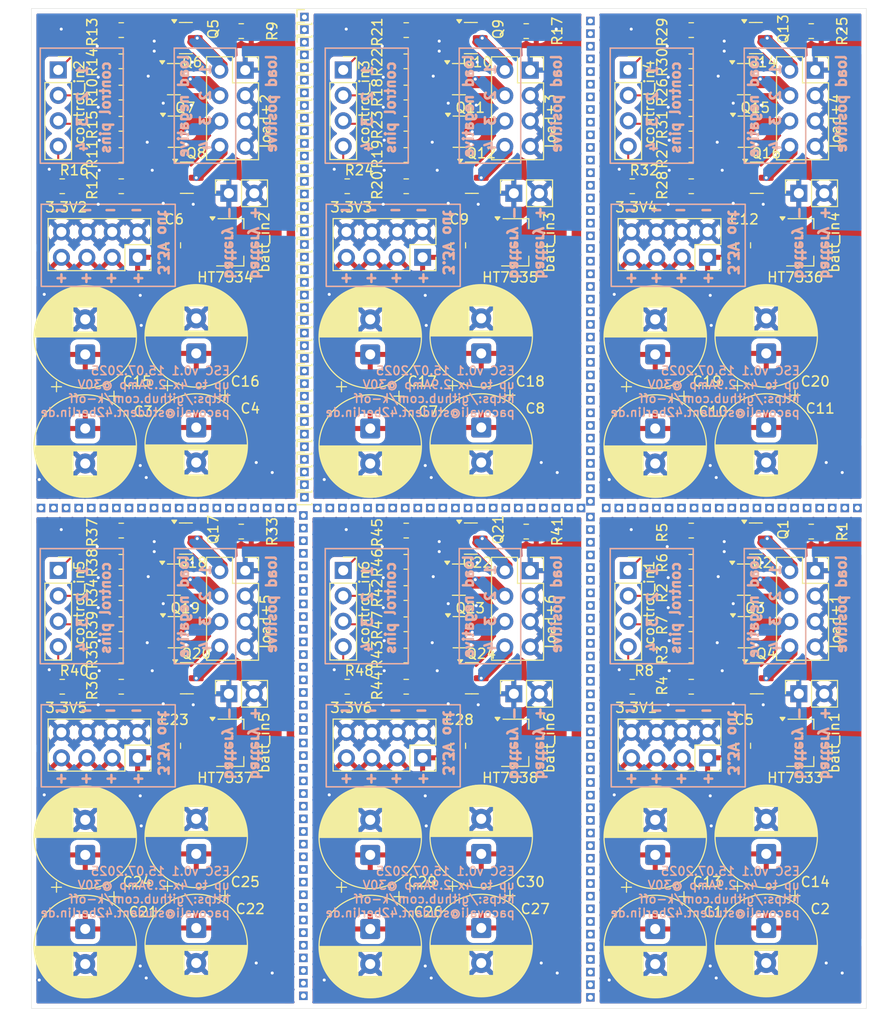
<source format=kicad_pcb>
(kicad_pcb (version 20241229) (generator "pcbnew") (generator_version "9.0")
  (layers (0 "F.Cu" signal "Front") (2 "B.Cu" signal "Back") (13 "F.Paste" user) (15 "B.Paste" user) (5 "F.SilkS" user "F.Silkscreen") (7 "B.SilkS" user "B.Silkscreen") (1 "F.Mask" user) (3 "B.Mask" user) (25 "Edge.Cuts" user))
  (net 0 "")
  (net 1 "GND")
  (net 2 "Net-(control_in1-Pin_1)")
  (net 3 "Net-(control_in1-Pin_4)")
  (net 4 "Net-(control_in1-Pin_3)")
  (net 5 "Net-(control_in1-Pin_2)")
  (net 6 "Net-(Q3-D)")
  (net 7 "Net-(Q1-D)")
  (net 8 "Net-(Q2-D)")
  (net 9 "Net-(Q4-D)")
  (net 10 "Net-(Q1-G)")
  (net 11 "Net-(Q2-G)")
  (net 12 "Net-(Q3-G)")
  (net 13 "Net-(Q4-G)")
  (net 14 "+3.3V")
  (net 15 "+BATT")
  (footprint "Resistor_SMD:R_0805_2012Metric_Pad1.20x1.40mm_HandSolder" (layer "F.Cu") (at 186.882521 53.668954 180)
    (property "Reference" "R31")
    (property "Value" "470R")
  )
  (footprint "Connector_PinHeader_1.00mm:PinHeader_1x01_P1.00mm_Vertical" (layer "F.Cu") (at 148.2 63.205128)
    (property "Reference" "REF**" (hide yes))
    (property "Value" "PinHeader_1x01_P1.00mm_Vertical" (hide yes))
  )
  (footprint "" (layer "F.Cu") (at 185.915049 92.05 90)
    (property "Reference" "")
    (property "Value" "")
  )
  (footprint "" (layer "F.Cu") (at 176.8 133.360256)
    (property "Reference" "")
    (property "Value" "")
  )
  (footprint "Package_TO_SOT_SMD:SOT-23" (layer "F.Cu") (at 193.345021 95.108954)
    (property "Reference" "Q1")
    (property "Value" "SI2300")
  )
  (footprint "Package_TO_SOT_SMD:SOT-89-3" (layer "F.Cu") (at 169.282521 115.508954)
    (property "Reference" "HT7538")
    (property "Value" "HT75xx-1-SOT89" (hide yes))
  )
  (footprint "" (layer "F.Cu") (at 176.8 52.239744)
    (property "Reference" "")
    (property "Value" "")
  )
  (footprint "" (layer "F.Cu") (at 167.075404 92.05 90)
    (property "Reference" "")
    (property "Value" "")
  )
  (footprint "Connector_PinHeader_1.00mm:PinHeader_1x01_P1.00mm_Vertical" (layer "F.Cu") (at 148.2 89.724359)
    (property "Reference" "REF**" (hide yes))
    (property "Value" "PinHeader_1x01_P1.00mm_Vertical" (hide yes))
  )
  (footprint "Connector_PinHeader_1.00mm:PinHeader_1x01_P1.00mm_Vertical" (layer "F.Cu") (at 148.2 54.365385)
    (property "Reference" "REF**" (hide yes))
    (property "Value" "PinHeader_1x01_P1.00mm_Vertical" (hide yes))
  )
  (footprint "Connector_PinHeader_1.00mm:PinHeader_1x01_P1.00mm_Vertical" (layer "F.Cu") (at 148.2 83.410256)
    (property "Reference" "REF**" (hide yes))
    (property "Value" "PinHeader_1x01_P1.00mm_Vertical" (hide yes))
  )
  (footprint "" (layer "F.Cu") (at 129.396114 92.05 90)
    (property "Reference" "")
    (property "Value" "")
  )
  (footprint "" (layer "F.Cu") (at 176.8 139.674359)
    (property "Reference" "")
    (property "Value" "")
  )
  (footprint "" (layer "F.Cu") (at 176.8 49.714103)
    (property "Reference" "")
    (property "Value" "")
  )
  (footprint "" (layer "F.Cu") (at 176.8 111.892308)
    (property "Reference" "")
    (property "Value" "")
  )
  (footprint "Resistor_SMD:R_0805_2012Metric_Pad1.20x1.40mm_HandSolder" (layer "F.Cu") (at 186.882521 59.908954 180)
    (property "Reference" "R28")
    (property "Value" "5.1k")
  )
  (footprint "Resistor_SMD:R_0805_2012Metric_Pad1.20x1.40mm_HandSolder" (layer "F.Cu") (at 186.882521 106.788954)
    (property "Reference" "R3")
    (property "Value" "5.1k")
  )
  (footprint "Capacitor_THT:CP_Radial_D10.0mm_P3.50mm" (layer "F.Cu") (at 183.282521 126.708954 90)
    (property "Reference" "C13")
    (property "Value" "100uF")
  )
  (footprint "" (layer "F.Cu") (at 148.1 95.325641)
    (property "Reference" "")
    (property "Value" "")
  )
  (footprint "" (layer "F.Cu") (at 176.8 118.20641)
    (property "Reference" "")
    (property "Value" "")
  )
  (footprint "Capacitor_SMD:C_0805_2012Metric_Pad1.18x1.45mm_HandSolder" (layer "F.Cu") (at 192.082521 65.808954 90)
    (property "Reference" "C12")
    (property "Value" "22uF")
  )
  (footprint "Resistor_SMD:R_0805_2012Metric_Pad1.20x1.40mm_HandSolder" (layer "F.Cu") (at 186.882521 97.428954 180)
    (property "Reference" "R6")
    (property "Value" "470R")
  )
  (footprint "" (layer "F.Cu") (at 160.795522 92.05 90)
    (property "Reference" "")
    (property "Value" "")
  )
  (footprint "" (layer "F.Cu") (at 168.331381 92.05 90)
    (property "Reference" "")
    (property "Value" "")
  )
  (footprint "Connector_PinHeader_1.00mm:PinHeader_1x01_P1.00mm_Vertical" (layer "F.Cu") (at 148.2 66.99359)
    (property "Reference" "REF**" (hide yes))
    (property "Value" "PinHeader_1x01_P1.00mm_Vertical" (hide yes))
  )
  (footprint "Connector_PinSocket_2.54mm:PinSocket_1x02_P2.54mm_Vertical" (layer "F.Cu") (at 140.642521 60.608954 90)
    (property "Reference" "batt_in2")
    (property "Value" "batt_in")
  )
  (footprint "Package_TO_SOT_SMD:SOT-23" (layer "F.Cu") (at 192.145021 49.208954)
    (property "Reference" "Q14")
    (property "Value" "SI2300")
  )
  (footprint "Connector_PinHeader_1.00mm:PinHeader_1x01_P1.00mm_Vertical" (layer "F.Cu") (at 148.2 78.358974)
    (property "Reference" "REF**" (hide yes))
    (property "Value" "PinHeader_1x01_P1.00mm_Vertical" (hide yes))
  )
  (footprint "Connector_PinHeader_1.00mm:PinHeader_1x01_P1.00mm_Vertical" (layer "F.Cu") (at 148.2 50.576923)
    (property "Reference" "REF**" (hide yes))
    (property "Value" "PinHeader_1x01_P1.00mm_Vertical" (hide yes))
  )
  (footprint "" (layer "F.Cu") (at 149.491735 92.05 90)
    (property "Reference" "")
    (property "Value" "")
  )
  (footprint "" (layer "F.Cu") (at 148.1 107.953846)
    (property "Reference" "")
    (property "Value" "")
  )
  (footprint "" (layer "F.Cu") (at 165.819428 92.05 90)
    (property "Reference" "")
    (property "Value" "")
  )
  (footprint "Resistor_SMD:R_0805_2012Metric_Pad1.20x1.40mm_HandSolder" (layer "F.Cu") (at 198.882521 94.408954 180)
    (property "Reference" "R1")
    (property "Value" "5.1k")
  )
  (footprint "" (layer "F.Cu") (at 146.979783 92.05 90)
    (property "Reference" "")
    (property "Value" "")
  )
  (footprint "Package_TO_SOT_SMD:SOT-23" (layer "F.Cu") (at 135.220021 54.458954)
    (property "Reference" "Q7")
    (property "Value" "SI2300")
  )
  (footprint "" (layer "F.Cu") (at 176.8 91.387179)
    (property "Reference" "")
    (property "Value" "")
  )
  (footprint "Resistor_SMD:R_0805_2012Metric_Pad1.20x1.40mm_HandSolder" (layer "F.Cu") (at 129.882521 59.908954 180)
    (property "Reference" "R12")
    (property "Value" "5.1k")
  )
  (footprint "Connector_PinSocket_2.54mm:PinSocket_2x04_P2.54mm_Vertical" (layer "F.Cu") (at 188.522521 117.008954 -90)
    (property "Reference" "3.3V1")
    (property "Value" "GND")
  )
  (footprint "" (layer "F.Cu") (at 176.8 98.001282)
    (property "Reference" "")
    (property "Value" "")
  )
  (footprint "Resistor_SMD:R_0805_2012Metric_Pad1.20x1.40mm_HandSolder" (layer "F.Cu") (at 186.882521 94.308954 180)
    (property "Reference" "R5")
    (property "Value" "470R")
  )
  (footprint "" (layer "F.Cu") (at 148.1 123.107692)
    (property "Reference" "")
    (property "Value" "")
  )
  (footprint "" (layer "F.Cu") (at 176.8 138.411538)
    (property "Reference" "")
    (property "Value" "")
  )
  (footprint "Capacitor_THT:CP_Radial_D10.0mm_P3.50mm" (layer "F.Cu") (at 194.382521 134.008954 -90)
    (property "Reference" "C2")
    (property "Value" "100uF")
  )
  (footprint "" (layer "F.Cu") (at 176.8 69.919231)
    (property "Reference" "")
    (property "Value" "")
  )
  (footprint "Connector_PinHeader_1.00mm:PinHeader_1x01_P1.00mm_Vertical" (layer "F.Cu") (at 148.2 48.051282)
    (property "Reference" "REF**" (hide yes))
    (property "Value" "PinHeader_1x01_P1.00mm_Vertical" (hide yes))
  )
  (footprint "" (layer "F.Cu") (at 159.539546 92.05 90)
    (property "Reference" "")
    (property "Value" "")
  )
  (footprint "" (layer "F.Cu") (at 154.515641 92.05 90)
    (property "Reference" "")
    (property "Value" "")
  )
  (footprint "" (layer "F.Cu") (at 140.699901 92.05 90)
    (property "Reference" "")
    (property "Value" "")
  )
  (footprint "" (layer "F.Cu") (at 136.931972 92.05 90)
    (property "Reference" "")
    (property "Value" "")
  )
  (footprint "" (layer "F.Cu") (at 141.955877 92.05 90)
    (property "Reference" "")
    (property "Value" "")
  )
  (footprint "Connector_PinHeader_1.00mm:PinHeader_1x01_P1.00mm_Vertical" (layer "F.Cu") (at 148.2 43)
    (property "Reference" "REF**" (hide yes))
    (property "Value" "PinHeader_1x01_P1.00mm_Vertical" (hide yes))
  )
  (footprint "" (layer "F.Cu") (at 176.8 119.469231)
    (property "Reference" "")
    (property "Value" "")
  )
  (footprint "Package_TO_SOT_SMD:SOT-89-3" (layer "F.Cu") (at 140.782521 65.508954)
    (property "Reference" "HT7534")
    (property "Value" "HT75xx-1-SOT89" (hide yes))
  )
  (footprint "" (layer "F.Cu") (at 176.8 134.623077)
    (property "Reference" "")
    (property "Value" "")
  )
  (footprint "" (layer "F.Cu") (at 125.628185 92.05 90)
    (property "Reference" "")
    (property "Value" "")
  )
  (footprint "" (layer "F.Cu") (at 198.474813 92.05 90)
    (property "Reference" "")
    (property "Value" "")
  )
  (footprint "" (layer "F.Cu") (at 148.1 138.261538)
    (property "Reference" "")
    (property "Value" "")
  )
  (footprint "Capacitor_THT:CP_Radial_D10.0mm_P3.50mm" (layer "F.Cu") (at 137.382521 84.008954 -90)
    (property "Reference" "C4")
    (property "Value" "100uF")
  )
  (footprint "Capacitor_THT:CP_Radial_D10.0mm_P3.50mm" (layer "F.Cu") (at 183.282521 76.708954 90)
    (property "Reference" "C19")
    (property "Value" "100uF")
  )
  (footprint "Resistor_SMD:R_0805_2012Metric_Pad1.20x1.40mm_HandSolder" (layer "F.Cu") (at 170.382521 44.408954 180)
    (property "Reference" "R17")
    (property "Value" "5.1k")
  )
  (footprint "Resistor_SMD:R_0805_2012Metric_Pad1.20x1.40mm_HandSolder" (layer "F.Cu") (at 129.882521 106.788954)
    (property "Reference" "R35")
    (property "Value" "5.1k")
  )
  (footprint "" (layer "F.Cu") (at 176.8 127.046154)
    (property "Reference" "")
    (property "Value" "")
  )
  (footprint "" (layer "F.Cu") (at 148.1 124.370513)
    (property "Reference" "")
    (property "Value" "")
  )
  (footprint "Capacitor_THT:CP_Radial_D10.0mm_P3.50mm" (layer "F.Cu") (at 183.282521 84.108954 -90)
    (property "Reference" "C10")
    (property "Value" "100uF")
  )
  (footprint "Capacitor_THT:CP_Radial_D10.0mm_P3.50mm" (layer "F.Cu") (at 154.782521 84.108954 -90)
    (property "Reference" "C7")
    (property "Value" "100uF")
  )
  (footprint "" (layer "F.Cu") (at 194.706884 92.05 90)
    (property "Reference" "")
    (property "Value" "")
  )
  (footprint "" (layer "F.Cu") (at 176.8 103.052564)
    (property "Reference" "")
    (property "Value" "")
  )
  (footprint "Capacitor_SMD:C_0805_2012Metric_Pad1.18x1.45mm_HandSolder" (layer "F.Cu") (at 163.582521 65.808954 90)
    (property "Reference" "C9")
    (property "Value" "22uF")
  )
  (footprint "" (layer "F.Cu") (at 155.771617 92.05 90)
    (property "Reference" "")
    (property "Value" "")
  )
  (footprint "Resistor_SMD:R_0805_2012Metric_Pad1.20x1.40mm_HandSolder" (layer "F.Cu") (at 129.882521 94.308954 180)
    (property "Reference" "R37")
    (property "Value" "470R")
  )
  (footprint "Connector_PinHeader_1.00mm:PinHeader_1x01_P1.00mm_Vertical" (layer "F.Cu") (at 148.2 79.621795)
    (property "Reference" "REF**" (hide yes))
    (property "Value" "PinHeader_1x01_P1.00mm_Vertical" (hide yes))
  )
  (footprint "Capacitor_THT:CP_Radial_D10.0mm_P3.50mm" (layer "F.Cu") (at 183.282521 134.108954 -90)
    (property "Reference" "C1")
    (property "Value" "100uF")
  )
  (footprint "Capacitor_THT:CP_Radial_D10.0mm_P3.50mm" (layer "F.Cu") (at 126.282521 134.108954 -90)
    (property "Reference" "C21")
    (property "Value" "100uF")
  )
  (footprint "Connector_PinSocket_2.54mm:PinSocket_1x02_P2.54mm_Vertical" (layer "F.Cu") (at 197.642521 60.608954 90)
    (property "Reference" "batt_in4")
    (property "Value" "batt_in")
  )
  (footprint "" (layer "F.Cu") (at 203.498718 92.05 90)
    (property "Reference" "")
    (property "Value" "")
  )
  (footprint "Connector_PinSocket_2.54mm:PinSocket_2x04_P2.54mm_Vertical" (layer "F.Cu") (at 131.522521 67.008954 -90)
    (property "Reference" "3.3V2")
    (property "Value" "GND")
  )
  (footprint "Connector_PinHeader_1.00mm:PinHeader_1x01_P1.00mm_Vertical" (layer "F.Cu") (at 148.2 68.25641)
    (property "Reference" "REF**" (hide yes))
    (property "Value" "PinHeader_1x01_P1.00mm_Vertical" (hide yes))
  )
  (footprint "Resistor_SMD:R_0805_2012Metric_Pad1.20x1.40mm_HandSolder" (layer "F.Cu") (at 158.382521 106.788954)
    (property "Reference" "R43")
    (property "Value" "5.1k")
  )
  (footprint "Connector_PinHeader_1.00mm:PinHeader_1x01_P1.00mm_Vertical" (layer "F.Cu") (at 148.2 87.198718)
    (property "Reference" "REF**" (hide yes))
    (property "Value" "PinHeader_1x01_P1.00mm_Vertical" (hide yes))
  )
  (footprint "Package_TO_SOT_SMD:SOT-23" (layer "F.Cu") (at 164.845021 45.108954)
    (property "Reference" "Q9")
    (property "Value" "SI2300")
  )
  (footprint "" (layer "F.Cu") (at 148.1 118.05641)
    (property "Reference" "")
    (property "Value" "")
  )
  (footprint "" (layer "F.Cu") (at 144.46783 92.05 90)
    (property "Reference" "")
    (property "Value" "")
  )
  (footprint "Connector_PinSocket_2.54mm:PinSocket_1x02_P2.54mm_Vertical" (layer "F.Cu") (at 169.142521 110.608954 90)
    (property "Reference" "batt_in6")
    (property "Value" "batt_in")
  )
  (footprint "Connector_PinHeader_1.00mm:PinHeader_1x01_P1.00mm_Vertical" (layer "F.Cu") (at 148.2 75.833333)
    (property "Reference" "REF**" (hide yes))
    (property "Value" "PinHeader_1x01_P1.00mm_Vertical" (hide yes))
  )
  (footprint "" (layer "F.Cu") (at 202.242742 92.05 90)
    (property "Reference" "")
    (property "Value" "")
  )
  (footprint "Capacitor_THT:CP_Radial_D10.0mm_P3.50mm" (layer "F.Cu") (at 154.782521 126.708954 90)
    (property "Reference" "C29")
    (property "Value" "100uF")
  )
  (footprint "" (layer "F.Cu") (at 148.1 115.530769)
    (property "Reference" "")
    (property "Value" "")
  )
  (footprint "" (layer "F.Cu") (at 148.1 136.998718)
    (property "Reference" "")
    (property "Value" "")
  )
  (footprint "" (layer "F.Cu") (at 176.8 109.366667)
    (property "Reference" "")
    (property "Value" "")
  )
  (footprint "" (layer "F.Cu") (at 123.116232 92.05 90)
    (property "Reference" "")
    (property "Value" "")
  )
  (footprint "Package_TO_SOT_SMD:SOT-23" (layer "F.Cu") (at 192.220021 54.458954)
    (property "Reference" "Q15")
    (property "Value" "SI2300")
  )
  (footprint "" (layer "F.Cu") (at 180.891144 92.05 90)
    (property "Reference" "")
    (property "Value" "")
  )
  (footprint "Capacitor_THT:CP_Radial_D10.0mm_P3.50mm" (layer "F.Cu") (at 126.282521 126.708954 90)
    (property "Reference" "C24")
    (property "Value" "100uF")
  )
  (footprint "Connector_PinSocket_2.54mm:PinSocket_2x04_P2.54mm_Vertical" (layer "F.Cu") (at 170.782521 98.308954)
    (property "Reference" "load+6")
    (property "Value" "load-")
  )
  (footprint "Resistor_SMD:R_0805_2012Metric_Pad1.20x1.40mm_HandSolder" (layer "F.Cu") (at 198.882521 44.408954 180)
    (property "Reference" "R25")
    (property "Value" "5.1k")
  )
  (footprint "" (layer "F.Cu") (at 148.1 114.267949)
    (property "Reference" "")
    (property "Value" "")
  )
  (footprint "" (layer "F.Cu") (at 148.1 125.633333)
    (property "Reference" "")
    (property "Value" "")
  )
  (footprint "" (layer "F.Cu") (at 182.14712 92.05 90)
    (property "Reference" "")
    (property "Value" "")
  )
  (footprint "" (layer "F.Cu") (at 124.372209 92.05 90)
    (property "Reference" "")
    (property "Value" "")
  )
  (footprint "Resistor_SMD:R_0805_2012Metric_Pad1.20x1.40mm_HandSolder" (layer "F.Cu") (at 129.882521 47.428954 180)
    (property "Reference" "R14")
    (property "Value" "470R")
  )
  (footprint "Capacitor_THT:CP_Radial_D10.0mm_P3.50mm" (layer "F.Cu") (at 165.882521 134.008954 -90)
    (property "Reference" "C27")
    (property "Value" "100uF")
  )
  (footprint "" (layer "F.Cu") (at 176.8 80.021795)
    (property "Reference" "")
    (property "Value" "")
  )
  (footprint "" (layer "F.Cu") (at 148.1 106.691026)
    (property "Reference" "")
    (property "Value" "")
  )
  (footprint "" (layer "F.Cu") (at 189.682978 92.05 90)
    (property "Reference" "")
    (property "Value" "")
  )
  (footprint "" (layer "F.Cu") (at 148.1 100.376923)
    (property "Reference" "")
    (property "Value" "")
  )
  (footprint "" (layer "F.Cu") (at 176.8 57.291026)
    (property "Reference" "")
    (property "Value" "")
  )
  (footprint "Connector_PinSocket_2.54mm:PinSocket_1x04_P2.54mm_Vertical" (layer "F.Cu") (at 152.082521 98.288954)
    (property "Reference" "control_in6")
    (property "Value" "control")
  )
  (footprint "Connector_PinSocket_2.54mm:PinSocket_1x04_P2.54mm_Vertical" (layer "F.Cu") (at 152.082521 48.288954)
    (property "Reference" "control_in3")
    (property "Value" "control")
  )
  (footprint "" (layer "F.Cu") (at 148.1 131.947436)
    (property "Reference" "")
    (property "Value" "")
  )
  (footprint "Capacitor_THT:CP_Radial_D10.0mm_P3.50mm" (layer "F.Cu") (at 137.382521 76.608954 90)
    (property "Reference" "C16")
    (property "Value" "100uF")
  )
  (footprint "" (layer "F.Cu") (at 173.355286 92.05 90)
    (property "Reference" "")
    (property "Value" "")
  )
  (footprint "Resistor_SMD:R_0805_2012Metric_Pad1.20x1.40mm_HandSolder" (layer "F.Cu") (at 129.882521 50.548954)
    (property "Reference" "R10")
    (property "Value" "5.1k")
  )
  (footprint "" (layer "F.Cu") (at 148.1 101.639744)
    (property "Reference" "")
    (property "Value" "")
  )
  (footprint "" (layer "F.Cu") (at 164.563452 92.05 90)
    (property "Reference" "")
    (property "Value" "")
  )
  (footprint "" (layer "F.Cu") (at 176.8 108.103846)
    (property "Reference" "")
    (property "Value" "")
  )
  (footprint "" (layer "F.Cu") (at 176.8 99.264103)
    (property "Reference" "")
    (property "Value" "")
  )
  (footprint "Connector_PinHeader_1.00mm:PinHeader_1x01_P1.00mm_Vertical" (layer "F.Cu") (at 148.2 85.935897)
    (property "Reference" "REF**" (hide yes))
    (property "Value" "PinHeader_1x01_P1.00mm_Vertical" (hide yes))
  )
  (footprint "" (layer "F.Cu") (at 176.8 53.502564)
    (property "Reference" "")
    (property "Value" "")
  )
  (footprint "" (layer "F.Cu") (at 176.8 116.94359)
    (property "Reference" "")
    (property "Value" "")
  )
  (footprint "Resistor_SMD:R_0805_2012Metric_Pad1.20x1.40mm_HandSolder" (layer "F.Cu") (at 158.382521 56.788954)
    (property "Reference" "R19")
    (property "Value" "5.1k")
  )
  (footprint "Connector_PinSocket_2.54mm:PinSocket_1x04_P2.54mm_Vertical" (layer "F.Cu") (at 123.582521 98.288954)
    (property "Reference" "control_in5")
    (property "Value" "control")
  )
  (footprint "" (layer "F.Cu") (at 176.8 100.526923)
    (property "Reference" "")
    (property "Value" "")
  )
  (footprint "" (layer "F.Cu") (at 176.8 67.39359)
    (property "Reference" "")
    (property "Value" "")
  )
  (footprint "" (layer "F.Cu") (at 128.140138 92.05 90)
    (property "Reference" "")
    (property "Value" "")
  )
  (footprint "" (layer "F.Cu") (at 176.8 47.188462)
    (property "Reference" "")
    (property "Value" "")
  )
  (footprint "" (layer "F.Cu") (at 148.1 128.158974)
    (property "Reference" "")
    (property "Value" "")
  )
  (footprint "Capacitor_THT:CP_Radial_D10.0mm_P3.50mm" (layer "F.Cu") (at 165.882521 126.608954 90)
    (property "Reference" "C30")
    (property "Value" "100uF")
  )
  (footprint "Connector_PinHeader_1.00mm:PinHeader_1x01_P1.00mm_Vertical" (layer "F.Cu") (at 148.2 69.519231)
    (property "Reference" "REF**" (hide yes))
    (property "Value" "PinHeader_1x01_P1.00mm_Vertical" (hide yes))
  )
  (footprint "" (layer "F.Cu") (at 176.8 113.155128)
    (property "Reference" "")
    (property "Value" "")
  )
  (footprint "" (layer "F.Cu") (at 176.8 71.182051)
    (property "Reference" "")
    (property "Value" "")
  )
  (footprint "Package_TO_SOT_SMD:SOT-23" (layer "F.Cu") (at 192.220021 104.458954)
    (property "Reference" "Q3")
    (property "Value" "SI2300")
  )
  (footprint "Resistor_SMD:R_0805_2012Metric_Pad1.20x1.40mm_HandSolder" (layer "F.Cu") (at 158.382521 53.668954 180)
    (property "Reference" "R23")
    (property "Value" "470R")
  )
  (footprint "Resistor_SMD:R_0805_2012Metric_Pad1.20x1.40mm_HandSolder" (layer "F.Cu") (at 186.882521 109.908954 180)
    (property "Reference" "R4")
    (property "Value" "5.1k")
  )
  (footprint "Connector_PinSocket_2.54mm:PinSocket_2x04_P2.54mm_Vertical" (layer "F.Cu") (at 142.282521 48.308954)
    (property "Reference" "load+2")
    (property "Value" "load-")
  )
  (footprint "Package_TO_SOT_SMD:SOT-89-3" (layer "F.Cu") (at 169.282521 65.508954)
    (property "Reference" "HT7535")
    (property "Value" "HT75xx-1-SOT89" (hide yes))
  )
  (footprint "" (layer "F.Cu") (at 148.1 129.421795)
    (property "Reference" "")
    (property "Value" "")
  )
  (footprint "Package_TO_SOT_SMD:SOT-23" (layer "F.Cu") (at 135.145021 49.208954)
    (property "Reference" "Q6")
    (property "Value" "SI2300")
  )
  (footprint "Connector_PinSocket_2.54mm:PinSocket_2x04_P2.54mm_Vertical" (layer "F.Cu") (at 199.282521 98.308954)
    (property "Reference" "load+1")
    (property "Value" "load-")
  )
  (footprint "Package_TO_SOT_SMD:SOT-23" (layer "F.Cu") (at 136.345021 45.108954)
    (property "Reference" "Q5")
    (property "Value" "SI2300")
  )
  (footprint "" (layer "F.Cu") (at 150.747712 92.05 90)
    (property "Reference" "")
    (property "Value" "")
  )
  (footprint "Package_TO_SOT_SMD:SOT-23" (layer "F.Cu") (at 136.445021 109.058954)
    (property "Reference" "Q20")
    (property "Value" "SI2300")
  )
  (footprint "Package_TO_SOT_SMD:SOT-23" (layer "F.Cu") (at 192.145021 99.208954)
    (property "Reference" "Q2")
    (property "Value" "SI2300")
  )
  (footprint "" (layer "F.Cu") (at 148.1 139.524359)
    (property "Reference" "")
    (property "Value" "")
  )
  (footprint "" (layer "F.Cu") (at 121.860256 92.05 90)
    (property "Reference" "")
    (property "Value" "")
  )
  (footprint "" (layer "F.Cu") (at 148.1 96.588462)
    (property "Reference" "")
    (property "Value" "")
  )
  (footprint "Capacitor_SMD:C_0805_2012Metric_Pad1.18x1.45mm_HandSolder" (layer "F.Cu") (at 163.582521 115.808954 90)
    (property "Reference" "C28")
    (property "Value" "22uF")
  )
  (footprint "Resistor_SMD:R_0805_2012Metric_Pad1.20x1.40mm_HandSolder" (layer "F.Cu") (at 186.882521 50.548954)
    (property "Reference" "R26")
    (property "Value" "5.1k")
  )
  (footprint "Package_TO_SOT_SMD:SOT-23" (layer "F.Cu") (at 136.345021 95.108954)
    (property "Reference" "Q17")
    (property "Value" "SI2300")
  )
  (footprint "" (layer "F.Cu") (at 176.8 81.284615)
    (property "Reference" "")
    (property "Value" "")
  )
  (footprint "" (layer "F.Cu") (at 148.1 110.479487)
    (property "Reference" "")
    (property "Value" "")
  )
  (footprint "" (layer "F.Cu") (at 176.8 73.707692)
    (property "Reference" "")
    (property "Value" "")
  )
  (footprint "" (layer "F.Cu") (at 138.187948 92.05 90)
    (property "Reference" "")
    (property "Value" "")
  )
  (footprint "" (layer "F.Cu") (at 176.8 104.315385)
    (property "Reference" "")
    (property "Value" "")
  )
  (footprint "Capacitor_SMD:C_0805_2012Metric_Pad1.18x1.45mm_HandSolder" (layer "F.Cu") (at 135.082521 115.808954 90)
    (property "Reference" "C23")
    (property "Value" "22uF")
  )
  (footprint "" (layer "F.Cu") (at 148.1 113.005128)
    (property "Reference" "")
    (property "Value" "")
  )
  (footprint "" (layer "F.Cu") (at 176.8 74.970513)
    (property "Reference" "")
    (property "Value" "")
  )
  (footprint "" (layer "F.Cu") (at 174.611262 92.05 90)
    (property "Reference" "")
    (property "Value" "")
  )
  (footprint "" (layer "F.Cu") (at 176.8 59.816667)
    (property "Reference" "")
    (property "Value" "")
  )
  (footprint "" (layer "F.Cu") (at 143.211854 92.05 90)
    (property "Reference" "")
    (property "Value" "")
  )
  (footprint "" (layer "F.Cu") (at 176.8 62.342308)
    (property "Reference" "")
    (property "Value" "")
  )
  (footprint "" (layer "F.Cu") (at 176.8 44.662821)
    (property "Reference" "")
    (property "Value" "")
  )
  (footprint "Resistor_SMD:R_0805_2012Metric_Pad1.20x1.40mm_HandSolder" (layer "F.Cu") (at 186.882521 47.428954 180)
    (property "Reference" "R30")
    (property "Value" "470R")
  )
  (footprint "" (layer "F.Cu") (at 148.1 120.582051)
    (property "Reference" "")
    (property "Value" "")
  )
  (footprint "" (layer "F.Cu") (at 133.164043 92.05 90)
    (property "Reference" "")
    (property "Value" "")
  )
  (footprint "" (layer "F.Cu") (at 148.1 92.8)
    (property "Reference" "")
    (property "Value" "")
  )
  (footprint "Resistor_SMD:R_0805_2012Metric_Pad1.20x1.40mm_HandSolder" (layer "F.Cu") (at 123.982521 109.908954 180)
    (property "Reference" "R40")
    (property "Value" "470R")
  )
  (footprint "" (layer "F.Cu") (at 184.659073 92.05 90)
    (property "Reference" "")
    (property "Value" "")
  )
  (footprint "Connector_PinSocket_2.54mm:PinSocket_2x04_P2.54mm_Vertical" (layer "F.Cu") (at 170.782521 48.308954)
    (property "Reference" "load+3")
    (property "Value" "load-")
  )
  (footprint "Connector_PinHeader_1.00mm:PinHeader_1x01_P1.00mm_Vertical" (layer "F.Cu") (at 148.2 64.467949)
    (property "Reference" "REF**" (hide yes))
    (property "Value" "PinHeader_1x01_P1.00mm_Vertical" (hide yes))
  )
  (footprint "" (layer "F.Cu") (at 169.587357 92.05 90)
    (property "Reference" "")
    (property "Value" "")
  )
  (footprint "Resistor_SMD:R_0805_2012Metric_Pad1.20x1.40mm_HandSolder" (layer "F.Cu") (at 129.882521 103.668954 180)
    (property "Reference" "R39")
    (property "Value" "470R")
  )
  (footprint "Package_TO_SOT_SMD:SOT-89-3" (layer "F.Cu") (at 197.782521 115.508954)
    (property "Reference" "HT7533")
    (property "Value" "HT75xx-1-SOT89" (hide yes))
  )
  (footprint "" (layer "F.Cu") (at 176.8 45.925641)
    (property "Reference" "")
    (property "Value" "")
  )
  (footprint "" (layer "F.Cu") (at 145.723806 92.05 90)
    (property "Reference" "")
    (property "Value" "")
  )
  (footprint "" (layer "F.Cu") (at 148.1 102.902564)
    (property "Reference" "")
    (property "Value" "")
  )
  (footprint "Connector_PinHeader_1.00mm:PinHeader_1x01_P1.00mm_Vertical" (layer "F.Cu") (at 148.2 77.096154)
    (property "Reference" "REF**" (hide yes))
    (property "Value" "PinHeader_1x01_P1.00mm_Vertical" (hide yes))
  )
  (footprint "" (layer "F.Cu") (at 192.194931 92.05 90)
    (property "Reference" "")
    (property "Value" "")
  )
  (footprint "Resistor_SMD:R_0805_2012Metric_Pad1.20x1.40mm_HandSolder" (layer "F.Cu") (at 158.382521 59.908954 180)
    (property "Reference" "R20")
    (property "Value" "5.1k")
  )
  (footprint "" (layer "F.Cu") (at 148.1 121.844872)
    (property "Reference" "")
    (property "Value" "")
  )
  (footprint "Connector_PinSocket_2.54mm:PinSocket_1x04_P2.54mm_Vertical" (layer "F.Cu") (at 180.582521 48.288954)
    (property "Reference" "control_in4")
    (property "Value" "control")
  )
  (footprint "" (layer "F.Cu") (at 148.1 109.216667)
    (property "Reference" "")
    (property "Value" "")
  )
  (footprint "" (layer "F.Cu") (at 148.1 105.428205)
    (property "Reference" "")
    (property "Value" "")
  )
  (footprint "Connector_PinHeader_1.00mm:PinHeader_1x01_P1.00mm_Vertical" (layer "F.Cu") (at 148.2 72.044872)
    (property "Reference" "REF**" (hide yes))
    (property "Value" "PinHeader_1x01_P1.00mm_Vertical" (hide yes))
  )
  (footprint "Package_TO_SOT_SMD:SOT-89-3" (layer "F.Cu") (at 197.782521 65.508954)
    (property "Reference" "HT7536")
    (property "Value" "HT75xx-1-SOT89" (hide yes))
  )
  (footprint "Connector_PinHeader_1.00mm:PinHeader_1x01_P1.00mm_Vertical" (layer "F.Cu") (at 148.2 44.262821)
    (property "Reference" "REF**" (hide yes))
    (property "Value" "PinHeader_1x01_P1.00mm_Vertical" (hide yes))
  )
  (footprint "" (layer "F.Cu") (at 176.8 77.496154)
    (property "Reference" "")
    (property "Value" "")
  )
  (footprint "Package_TO_SOT_SMD:SOT-23" (layer "F.Cu") (at 164.945021 59.058954)
    (property "Reference" "Q12")
    (property "Value" "SI2300")
  )
  (footprint "" (layer "F.Cu") (at 148.1 97.851282)
    (property "Reference" "")
    (property "Value" "")
  )
  (footprint "" (layer "F.Cu") (at 130.65209 92.05 90)
    (property "Reference" "")
    (property "Value" "")
  )
  (footprint "" (layer "F.Cu") (at 176.8 92.95)
    (property "Reference" "")
    (property "Value" "")
  )
  (footprint "Capacitor_THT:CP_Radial_D10.0mm_P3.50mm" (layer "F.Cu") (at 165.882521 84.008954 -90)
    (property "Reference" "C8")
    (property "Value" "100uF")
  )
  (footprint "" (layer "F.Cu") (at 176.8 115.680769)
    (property "Reference" "")
    (property "Value" "")
  )
  (footprint "Connector_PinSocket_2.54mm:PinSocket_2x04_P2.54mm_Vertical" (layer "F.Cu") (at 131.522521 117.008954 -90)
    (property "Reference" "3.3V5")
    (property "Value" "GND")
  )
  (footprint "" (layer "F.Cu") (at 131.908067 92.05 90)
    (property "Reference" "")
    (property "Value" "")
  )
  (footprint "" (layer "F.Cu") (at 176.8 88.861538)
    (property "Reference" "")
    (property "Value" "")
  )
  (footprint "Resistor_SMD:R_0805_2012Metric_Pad1.20x1.40mm_HandSolder" (layer "F.Cu") (at 186.882521 44.308954 180)
    (property "Reference" "R29")
    (property "Value" "470R")
  )
  (footprint "Connector_PinHeader_1.00mm:PinHeader_1x01_P1.00mm_Vertical" (layer "F.Cu") (at 148.2 80.884615)
    (property "Reference" "REF**" (hide yes))
    (property "Value" "PinHeader_1x01_P1.00mm_Vertical" (hide yes))
  )
  (footprint "Connector_PinSocket_2.54mm:PinSocket_1x04_P2.54mm_Vertical" (layer "F.Cu") (at 123.582521 48.288954)
    (property "Reference" "control_in2")
    (property "Value" "control")
  )
  (footprint "Resistor_SMD:R_0805_2012Metric_Pad1.20x1.40mm_HandSolder" (layer "F.Cu") (at 158.382521 47.428954 180)
    (property "Reference" "R22")
    (property "Value" "470R")
  )
  (footprint "Package_TO_SOT_SMD:SOT-23" (layer "F.Cu") (at 163.645021 99.208954)
    (property "Reference" "Q22")
    (property "Value" "SI2300")
  )
  (footprint "Connector_PinHeader_1.00mm:PinHeader_1x01_P1.00mm_Vertical" (layer "F.Cu") (at 148.2 49.314103)
    (property "Reference" "REF**" (hide yes))
    (property "Value" "PinHeader_1x01_P1.00mm_Vertical" (hide yes))
  )
  (footprint "" (layer "F.Cu") (at 195.96286 92.05 90)
    (property "Reference" "")
    (property "Value" "")
  )
  (footprint "" (layer "F.Cu") (at 176.8 63.605128)
    (property "Reference" "")
    (property "Value" "")
  )
  (footprint "Connector_PinHeader_1.00mm:PinHeader_1x01_P1.00mm_Vertical" (layer "F.Cu") (at 148.2 53.102564)
    (property "Reference" "REF**" (hide yes))
    (property "Value" "PinHeader_1x01_P1.00mm_Vertical" (hide yes))
  )
  (footprint "" (layer "F.Cu") (at 176.8 48.451282)
    (property "Reference" "")
    (property "Value" "")
  )
  (footprint "" (layer "F.Cu") (at 176.8 87.598718)
    (property "Reference" "")
    (property "Value" "")
  )
  (footprint "" (layer "F.Cu") (at 176.8 86.335897)
    (property "Reference" "")
    (property "Value" "")
  )
  (footprint "" (layer "F.Cu") (at 148.1 133.210256)
    (property "Reference" "")
    (property "Value" "")
  )
  (footprint "Resistor_SMD:R_0805_2012Metric_Pad1.20x1.40mm_HandSolder" (layer "F.Cu") (at 141.882521 44.408954 180)
    (property "Reference" "R9")
    (property "Value" "5.1k")
  )
  (footprint "Resistor_SMD:R_0805_2012Metric_Pad1.20x1.40mm_HandSolder" (layer "F.Cu") (at 180.982521 109.908954 180)
    (property "Reference" "R8")
    (property "Value" "470R")
  )
  (footprint "" (layer "F.Cu") (at 135.675996 92.05 90)
    (property "Reference" "")
    (property "Value" "")
  )
  (footprint "Connector_PinSocket_2.54mm:PinSocket_1x02_P2.54mm_Vertical" (layer "F.Cu") (at 169.142521 60.608954 90)
    (property "Reference" "batt_in3")
    (property "Value" "batt_in")
  )
  (footprint "" (layer "F.Cu") (at 176.8 105.578205)
    (property "Reference" "")
    (property "Value" "")
  )
  (footprint "" (layer "F.Cu") (at 187.171026 92.05 90)
    (property "Reference" "")
    (property "Value" "")
  )
  (footprint "" (layer "F.Cu") (at 148.1 116.79359)
    (property "Reference" "")
    (property "Value" "")
  )
  (footprint "" (layer "F.Cu") (at 152.003688 92.05 90)
    (property "Reference" "")
    (property "Value" "")
  )
  (footprint "Capacitor_THT:CP_Radial_D10.0mm_P3.50mm" (layer "F.Cu") (at 194.382521 76.608954 90)
    (property "Reference" "C20")
    (property "Value" "100uF")
  )
  (footprint "Resistor_SMD:R_0805_2012Metric_Pad1.20x1.40mm_HandSolder" (layer "F.Cu") (at 129.882521 97.428954 180)
    (property "Reference" "R38")
    (property "Value" "470R")
  )
  (footprint "Resistor_SMD:R_0805_2012Metric_Pad1.20x1.40mm_HandSolder" (layer "F.Cu") (at 180.982521 59.908954 180)
    (property "Reference" "R32")
    (property "Value" "470R")
  )
  (footprint "Resistor_SMD:R_0805_2012Metric_Pad1.20x1.40mm_HandSolder" (layer "F.Cu") (at 158.382521 103.668954 180)
    (property "Reference" "R47")
    (property "Value" "470R")
  )
  (footprint "Connector_PinHeader_1.00mm:PinHeader_1x01_P1.00mm_Vertical" (layer "F.Cu") (at 148.2 70.782051)
    (property "Reference" "REF**" (hide yes))
    (property "Value" "PinHeader_1x01_P1.00mm_Vertical" (hide yes))
  )
  (footprint "" (layer "F.Cu") (at 157.027593 92.05 90)
    (property "Reference" "")
    (property "Value" "")
  )
  (footprint "" (layer "F.Cu") (at 176.8 106.841026)
    (property "Reference" "")
    (property "Value" "")
  )
  (footprint "" (layer "F.Cu") (at 176.8 130.834615)
    (property "Reference" "")
    (property "Value" "")
  )
  (footprint "" (layer "F.Cu") (at 188.427002 92.05 90)
    (property "Reference" "")
    (property "Value" "")
  )
  (footprint "Connector_PinHeader_1.00mm:PinHeader_1x01_P1.00mm_Vertical" (layer "F.Cu") (at 148.2 51.839744)
    (property "Reference" "REF**" (hide yes))
    (property "Value" "PinHeader_1x01_P1.00mm_Vertical" (hide yes))
  )
  (footprint "Connector_PinSocket_2.54mm:PinSocket_2x04_P2.54mm_Vertical" (layer "F.Cu") (at 142.282521 98.308954)
    (property "Reference" "load+5")
    (property "Value" "load-")
  )
  (footprint "Connector_PinHeader_1.00mm:PinHeader_1x01_P1.00mm_Vertical" (layer "F.Cu") (at 148.2 73.307692)
    (property "Reference" "REF**" (hide yes))
    (property "Value" "PinHeader_1x01_P1.00mm_Vertical" (hide yes))
  )
  (footprint "Resistor_SMD:R_0805_2012Metric_Pad1.20x1.40mm_HandSolder" (layer "F.Cu") (at 158.382521 44.308954 180)
    (property "Reference" "R21")
    (property "Value" "470R")
  )
  (footprint "Connector_PinHeader_1.00mm:PinHeader_1x01_P1.00mm_Vertical" (layer "F.Cu") (at 148.2 74.570513)
    (property "Reference" "REF**" (hide yes))
    (property "Value" "PinHeader_1x01_P1.00mm_Vertical" (hide yes))
  )
  (footprint "" (layer "F.Cu") (at 134.420019 92.05 90)
    (property "Reference" "")
    (property "Value" "")
  )
  (footprint "" (layer "F.Cu") (at 148.1 119.319231)
    (property "Reference" "")
    (property "Value" "")
  )
  (footprint "Connector_PinSocket_2.54mm:PinSocket_1x02_P2.54mm_Vertical" (layer "F.Cu") (at 140.642521 110.608954 90)
    (property "Reference" "batt_in5")
    (property "Value" "batt_in")
  )
  (footprint "Resistor_SMD:R_0805_2012Metric_Pad1.20x1.40mm_HandSolder" (layer "F.Cu") (at 129.882521 56.788954)
    (property "Reference" "R11")
    (property "Value" "5.1k")
  )
  (footprint "" (layer "F.Cu") (at 176.8 124.520513)
    (property "Reference" "")
    (property "Value" "")
  )
  (footprint "Resistor_SMD:R_0805_2012Metric_Pad1.20x1.40mm_HandSolder" (layer "F.Cu") (at 158.382521 50.548954)
    (property "Reference" "R18")
    (property "Value" "5.1k")
  )
  (footprint "" (layer "F.Cu") (at 176.8 129.571795)
    (property "Reference" "")
    (property "Value" "")
  )
  (footprint "Package_TO_SOT_SMD:SOT-23" (layer "F.Cu") (at 135.145021 99.208954)
    (property "Reference" "Q18")
    (property "Value" "SI2300")
  )
  (footprint "Capacitor_THT:CP_Radial_D10.0mm_P3.50mm" (layer "F.Cu") (at 194.382521 126.608954 90)
    (property "Reference" "C14")
    (property "Value" "100uF")
  )
  (footprint "" (layer "F.Cu") (at 153.259664 92.05 90)
    (property "Reference" "")
    (property "Value" "")
  )
  (footprint "Resistor_SMD:R_0805_2012Metric_Pad1.20x1.40mm_HandSolder" (layer "F.Cu") (at 152.482521 109.908954 180)
    (property "Reference" "R48")
    (property "Value" "470R")
  )
  (footprint "" (layer "F.Cu") (at 176.8 90.124359)
    (property "Reference" "")
    (property "Value" "")
  )
  (footprint "" (layer "F.Cu") (at 176.8 82.547436)
    (property "Reference" "")
    (property "Value" "")
  )
  (footprint "" (layer "F.Cu") (at 193.450907 92.05 90)
    (property "Reference" "")
    (property "Value" "")
  )
  (footprint "Connector_PinHeader_1.00mm:PinHeader_1x01_P1.00mm_Vertical" (layer "F.Cu") (at 148.2 56.891026)
    (property "Reference" "REF**" (hide yes))
    (property "Value" "PinHeader_1x01_P1.00mm_Vertical" (hide yes))
  )
  (footprint "" (layer "F.Cu") (at 176.8 121.994872)
    (property "Reference" "")
    (property "Value" "")
  )
  (footprint "Package_TO_SOT_SMD:SOT-23" (layer "F.Cu") (at 163.645021 49.208954)
    (property "Reference" "Q10")
    (property "Value" "SI2300")
  )
  (footprint "Connector_PinHeader_1.00mm:PinHeader_1x01_P1.00mm_Vertical" (layer "F.Cu") (at 148.2 45.525641)
    (property "Reference" "REF**" (hide yes))
    (property "Value" "PinHeader_1x01_P1.00mm_Vertical" (hide yes))
  )
  (footprint "" (layer "F.Cu") (at 197.218836 92.05 90)
    (property "Reference" "")
    (property "Value" "")
  )
  (footprint "Resistor_SMD:R_0805_2012Metric_Pad1.20x1.40mm_HandSolder" (layer "F.Cu") (at 129.882521 100.548954)
    (property "Reference" "R34")
    (property "Value" "5.1k")
  )
  (footprint "" (layer "F.Cu") (at 176.8 95.475641)
    (property "Reference" "")
    (property "Value" "")
  )
  (footprint "" (layer "F.Cu") (at 158.28357 92.05 90)
    (property "Reference" "")
    (property "Value" "")
  )
  (footprint "Connector_PinHeader_1.00mm:PinHeader_1x01_P1.00mm_Vertical" (layer "F.Cu") (at 148.2 61.942308)
    (property "Reference" "REF**" (hide yes))
    (property "Value" "PinHeader_1x01_P1.00mm_Vertical" (hide yes))
  )
  (footprint "Resistor_SMD:R_0805_2012Metric_Pad1.20x1.40mm_HandSolder" (layer "F.Cu") (at 186.882521 100.548954)
    (property "Reference" "R2")
    (property "Value" "5.1k")
  )
  (footprint "Connector_PinSocket_2.54mm:PinSocket_2x04_P2.54mm_Vertical" (layer "F.Cu") (at 188.522521 67.008954 -90)
    (property "Reference" "3.3V4")
    (property "Value" "GND")
  )
  (footprint "Connector_PinHeader_1.00mm:PinHeader_1x01_P1.00mm_Vertical" (layer "F.Cu") (at 148.2 58.153846)
    (property "Reference" "REF**" (hide yes))
    (property "Value" "PinHeader_1x01_P1.00mm_Vertical" (hide yes))
  )
  (footprint "" (layer "F.Cu") (at 176.8 56.028205)
    (property "Reference" "")
    (property "Value" "")
  )
  (footprint "" (layer "F.Cu") (at 139.443925 92.05 90)
    (property "Reference" "")
    (property "Value" "")
  )
  (footprint "Connector_PinHeader_1.00mm:PinHeader_1x01_P1.00mm_Vertical" (layer "F.Cu") (at 148.2 55.628205)
    (property "Reference" "REF**" (hide yes))
    (property "Value" "PinHeader_1x01_P1.00mm_Vertical" (hide yes))
  )
  (footprint "Package_TO_SOT_SMD:SOT-23" (layer "F.Cu") (at 193.345021 45.108954)
    (property "Reference" "Q13")
    (property "Value" "SI2300")
  )
  (footprint "" (layer "F.Cu") (at 199.730789 92.05 90)
    (property "Reference" "")
    (property "Value" "")
  )
  (footprint "" (layer "F.Cu") (at 172.09931 92.05 90)
    (property "Reference" "")
    (property "Value" "")
  )
  (footprint "" (layer "F.Cu") (at 176.8 140.937179)
    (property "Reference" "")
    (property "Value" "")
  )
  (footprint "Connector_PinHeader_1.00mm:PinHeader_1x01_P1.00mm_Vertical" (layer "F.Cu") (at 148.2 46.788462)
    (property "Reference" "REF**" (hide yes))
    (property "Value" "PinHeader_1x01_P1.00mm_Vertical" (hide yes))
  )
  (footprint "Package_TO_SOT_SMD:SOT-23" (layer "F.Cu") (at 193.445021 59.058954)
    (property "Reference" "Q16")
    (property "Value" "SI2300")
  )
  (footprint "" (layer "F.Cu") (at 148.1 126.896154)
    (property "Reference" "")
    (property "Value" "")
  )
  (footprint "" (layer "F.Cu") (at 176.8 78.758974)
    (property "Reference" "")
    (property "Value" "")
  )
  (footprint "Resistor_SMD:R_0805_2012Metric_Pad1.20x1.40mm_HandSolder" (layer "F.Cu") (at 186.882521 56.788954)
    (property "Reference" "R27")
    (property "Value" "5.1k")
  )
  (footprint "" (layer "F.Cu") (at 176.8 110.629487)
    (property "Reference" "")
    (property "Value" "")
  )
  (footprint "" (layer "F.Cu") (at 176.8 83.810256)
    (property "Reference" "")
    (property "Value" "")
  )
  (footprint "" (layer "F.Cu") (at 176.8 61.079487)
    (property "Reference" "")
    (property "Value" "")
  )
  (footprint "" (layer "F.Cu") (at 176.8 132.097436)
    (property "Reference" "")
    (property "Value" "")
  )
  (footprint "Resistor_SMD:R_0805_2012Metric_Pad1.20x1.40mm_HandSolder" (layer "F.Cu") (at 186.882521 103.668954 180)
    (property "Reference" "R7")
    (property "Value" "470R")
  )
  (footprint "" (layer "F.Cu") (at 176.8 54.765385)
    (property "Reference" "")
    (property "Value" "")
  )
  (footprint "" (layer "F.Cu") (at 163.307475 92.05 90)
    (property "Reference" "")
    (property "Value" "")
  )
  (footprint "" (layer "F.Cu") (at 176.8 120.732051)
    (property "Reference" "")
    (property "Value" "")
  )
  (footprint "" (layer "F.Cu") (at 176.8 96.738462)
    (property "Reference" "")
    (property "Value" "")
  )
  (footprint "" (layer "F.Cu") (at 200.986765 92.05 90)
    (property "Reference" "")
    (property "Value" "")
  )
  (footprint "Connector_PinHeader_1.00mm:PinHeader_1x01_P1.00mm_Vertical" (layer "F.Cu") (at 148.2 82.147436)
    (property "Reference" "REF**" (hide yes))
    (property "Value" "PinHeader_1x01_P1.00mm_Vertical" (hide yes))
  )
  (footprint "Capacitor_THT:CP_Radial_D10.0mm_P3.50mm" (layer "F.Cu") (at 194.382521 84.008954 -90)
    (property "Reference" "C11")
    (property "Value" "100uF")
  )
  (footprint "" (layer "F.Cu") (at 176.8 68.65641)
    (property "Reference" "")
    (property "Value" "")
  )
  (footprint "" (layer "F.Cu") (at 176.8 85.073077)
    (property "Reference" "")
    (property "Value" "")
  )
  (footprint "Capacitor_THT:CP_Radial_D10.0mm_P3.50mm" (layer "F.Cu") (at 165.882521 76.608954 90)
    (property "Reference" "C18")
    (property "Value" "100uF")
  )
  (footprint "" (layer "F.Cu") (at 148.1 94.062821)
    (property "Reference" "")
    (property "Value" "")
  )
  (footprint "Package_TO_SOT_SMD:SOT-23" (layer "F.Cu") (at 193.445021 109.058954)
    (property "Reference" "Q4")
    (property "Value" "SI2300")
  )
  (footprint "" (layer "F.Cu") (at 176.8 128.308974)
    (property "Reference" "")
    (property "Value" "")
  )
  (footprint "Package_TO_SOT_SMD:SOT-23" (layer "F.Cu") (at 136.445021 59.058954)
    (property "Reference" "Q8")
    (property "Value" "SI2300")
  )
  (footprint "Capacitor_THT:CP_Radial_D10.0mm_P3.50mm" (layer "F.Cu") (at 137.382521 134.008954 -90)
    (property "Reference" "C22")
    (property "Value" "100uF")
  )
  (footprint "" (layer "F.Cu") (at 176.8 123.257692)
    (property "Reference" "")
    (property "Value" "")
  )
  (footprint "" (layer "F.Cu") (at 176.8 58.553846)
    (property "Reference" "")
    (property "Value" "")
  )
  (footprint "Package_TO_SOT_SMD:SOT-89-3" (layer "F.Cu") (at 140.782521 115.508954)
    (property "Reference" "HT7537")
    (property "Value" "HT75xx-1-SOT89" (hide yes))
  )
  (footprint "" (layer "F.Cu") (at 148.1 111.742308)
    (property "Reference" "")
    (property "Value" "")
  )
  (footprint "Package_TO_SOT_SMD:SOT-23" (layer "F.Cu") (at 164.945021 109.058954)
    (property "Reference" "Q24")
    (property "Value" "SI2300")
  )
  (footprint "Resistor_SMD:R_0805_2012Metric_Pad1.20x1.40mm_HandSolder" (layer "F.Cu") (at 158.382521 94.308954 180)
    (property "Reference" "R45")
    (property "Value" "470R")
  )
  (footprint "Connector_PinSocket_2.54mm:PinSocket_1x02_P2.54mm_Vertical" (layer "F.Cu") (at 197.642521 110.608954 90)
    (property "Reference" "batt_in1")
    (property "Value" "batt_in")
  )
  (footprint "Resistor_SMD:R_0805_2012Metric_Pad1.20x1.40mm_HandSolder" (layer "F.Cu") (at 158.382521 97.428954 180)
    (property "Reference" "R46")
    (property "Value" "470R")
  )
  (footprint "" (layer "F.Cu") (at 176.8 114.417949)
    (property "Reference" "")
    (property "Value" "")
  )
  (footprint "Resistor_SMD:R_0805_2012Metric_Pad1.20x1.40mm_HandSolder" (layer "F.Cu") (at 158.382521 109.908954 180)
    (property "Reference" "R44")
    (property "Value" "5.1k")
  )
  (footprint "" (layer "F.Cu") (at 176.8 72.444872)
    (property "Reference" "")
    (property "Value" "")
  )
  (footprint "Package_TO_SOT_SMD:SOT-23" (layer "F.Cu") (at 135.220021 104.458954)
    (property "Reference" "Q19")
    (property "Value" "SI2300")
  )
  (footprint "Resistor_SMD:R_0805_2012Metric_Pad1.20x1.40mm_HandSolder" (layer "F.Cu") (at 123.982521 59.908954 180)
    (property "Reference" "R16")
    (property "Value" "470R")
  )
  (footprint "" (layer "F.Cu") (at 176.8 64.867949)
    (property "Reference" "")
    (property "Value" "")
  )
  (footprint "Package_TO_SOT_SMD:SOT-23" (layer "F.Cu") (at 163.720021 54.458954)
    (property "Reference" "Q11")
    (property "Value" "SI2300")
  )
  (footprint "" (layer "F.Cu") (at 176.8 135.885897)
    (property "Reference" "")
    (property "Value" "")
  )
  (footprint "" (layer "F.Cu") (at 176.8 125.783333)
    (property "Reference" "")
    (property "Value" "")
  )
  (footprint "Resistor_SMD:R_0805_2012Metric_Pad1.20x1.40mm_HandSolder" (layer "F.Cu") (at 170.382521 94.408954 180)
    (property "Reference" "R41")
    (property "Value" "5.1k")
  )
  (footprint "" (layer "F.Cu") (at 126.884161 92.05 90)
    (property "Reference" "")
    (property "Value" "")
  )
  (footprint "Connector_PinHeader_1.00mm:PinHeader_1x01_P1.00mm_Vertical" (layer "F.Cu") (at 148.2 88.461538)
    (property "Reference" "REF**" (hide yes))
    (property "Value" "PinHeader_1x01_P1.00mm_Vertical" (hide yes))
  )
  (footprint "" (layer "F.Cu") (at 148.1 104.165385)
    (property "Reference" "")
    (property "Value" "")
  )
  (footprint "Connector_PinSocket_2.54mm:PinSocket_2x04_P2.54mm_Vertical" (layer "F.Cu") (at 160.022521 117.008954 -90)
    (property "Reference" "3.3V6")
    (property "Value" "GND")
  )
  (footprint "" (layer "F.Cu") (at 179.635168 92.05 90)
    (property "Reference" "")
    (property "Value" "")
  )
  (footprint "Resistor_SMD:R_0805_2012Metric_Pad1.20x1.40mm_HandSolder" (layer "F.Cu") (at 129.882521 44.308954 180)
    (property "Reference" "R13")
    (property "Value" "470R")
  )
  (footprint "" (layer "F.Cu") (at 170.843333 92.05 90)
    (property "Reference" "")
    (property "Value" "")
  )
  (footprint "" (layer "F.Cu") (at 176.8 76.233333)
    (property "Reference" "")
    (property "Value" "")
  )
  (footprint "Package_TO_SOT_SMD:SOT-23" (layer "F.Cu") (at 163.720021 104.458954)
    (property "Reference" "Q23")
    (property "Value" "SI2300")
  )
  (footprint "Connector_PinHeader_1.00mm:PinHeader_1x01_P1.00mm_Vertical" (layer "F.Cu") (at 148.2 65.730769)
    (property "Reference" "REF**" (hide yes))
    (property "Value" "PinHeader_1x01_P1.00mm_Vertical" (hide yes))
  )
  (footprint "" (layer "F.Cu") (at 178.379191 92.05 90)
    (property "Reference" "")
    (property "Value" "")
  )
  (footprint "" (layer "F.Cu") (at 148.1 140.787179)
    (property "Reference" "")
    (property "Value" "")
  )
  (footprint "Resistor_SMD:R_0805_2012Metric_Pad1.20x1.40mm_HandSolder" (layer "F.Cu") (at 129.882521 109.908954 180)
    (property "Reference" "R36")
    (property "Value" "5.1k")
  )
  (footprint "Connector_PinHeader_1.00mm:PinHeader_1x01_P1.00mm_Vertical" (layer "F.Cu") (at 148.2 59.416667)
    (property "Reference" "REF**" (hide yes))
    (property "Value" "PinHeader_1x01_P1.00mm_Vertical" (hide yes))
  )
  (footprint "Resistor_SMD:R_0805_2012Metric_Pad1.20x1.40mm_HandSolder" (layer "F.Cu") (at 152.482521 59.908954 180)
    (property "Reference" "R24")
    (property "Value" "470R")
  )
  (footprint "" (layer "F.Cu") (at 162.051499 92.05 90)
    (property "Reference" "")
    (property "Value" "")
  )
  (footprint "Resistor_SMD:R_0805_2012Metric_Pad1.20x1.40mm_HandSolder" (layer "F.Cu") (at 141.882521 94.408954 180)
    (property "Reference" "R33")
    (property "Value" "5.1k")
  )
  (footprint "Connector_PinSocket_2.54mm:PinSocket_2x04_P2.54mm_Vertical" (layer "F.Cu") (at 199.282521 48.308954)
    (property "Reference" "load+4")
    (property "Value" "load-")
  )
  (footprint "Capacitor_THT:CP_Radial_D10.0mm_P3.50mm" (layer "F.Cu") (at 126.282521 76.708954 90)
    (property "Reference" "C15")
    (property "Value" "100uF")
  )
  (footprint "Capacitor_THT:CP_Radial_D10.0mm_P3.50mm" (layer "F.Cu") (at 137.382521 126.608954 90)
    (property "Reference" "C25")
    (property "Value" "100uF")
  )
  (footprint "" (layer "F.Cu") (at 176.8 66.130769)
    (property "Reference" "")
    (property "Value" "")
  )
  (footprint "" (layer "F.Cu") (at 148.1 135.735897)
    (property "Reference" "")
    (property "Value" "")
  )
  (footprint "Connector_PinSocket_2.54mm:PinSocket_2x04_P2.54mm_Vertical" (layer "F.Cu") (at 160.022521 67.008954 -90)
    (property "Reference" "3.3V3")
    (property "Value" "GND")
  )
  (footprint "" (layer "F.Cu") (at 148.1 99.114103)
    (property "Reference" "")
    (property "Value" "")
  )
  (footprint "" (layer "F.Cu") (at 176.8 101.789744)
    (property "Reference" "")
    (property "Value" "")
  )
  (footprint "Capacitor_SMD:C_0805_2012Metric_Pad1.18x1.45mm_HandSolder" (layer "F.Cu") (at 135.082521 65.808954 90)
    (property "Reference" "C6")
    (property "Value" "22uF")
  )
  (footprint "Capacitor_SMD:C_0805_2012Metric_Pad1.18x1.45mm_HandSolder" (layer "F.Cu") (at 192.082521 115.808954 90)
    (property "Reference" "C5")
    (property "Value" "22uF")
  )
  (footprint "Capacitor_THT:CP_Radial_D10.0mm_P3.50mm" (layer "F.Cu") (at 154.782521 76.708954 90)
    (property "Reference" "C17")
    (property "Value" "100uF")
  )
  (footprint "Resistor_SMD:R_0805_2012Metric_Pad1.20x1.40mm_HandSolder" (layer "F.Cu") (at 158.382521 100.548954)
    (property "Reference" "R42")
    (property "Value" "5.1k")
  )
  (footprint "" (layer "F.Cu") (at 175.867239 92.05 90)
    (property "Reference" "")
    (property "Value" "")
  )
  (footprint "" (layer "F.Cu") (at 190.938955 92.05 90)
    (property "Reference" "")
    (property "Value" "")
  )
  (footprint "" (layer "F.Cu") (at 148.1 130.684615)
    (property "Reference" "")
    (property "Value" "")
  )
  (footprint "Connector_PinHeader_1.00mm:PinHeader_1x01_P1.00mm_Vertical" (layer "F.Cu") (at 148.2 84.673077)
    (property "Reference" "REF**" (hide yes))
    (property "Value" "PinHeader_1x01_P1.00mm_Vertical" (hide yes))
  )
  (footprint "Capacitor_THT:CP_Radial_D10.0mm_P3.50mm" (layer "F.Cu") (at 154.782521 134.108954 -90)
    (property "Reference" "C26")
    (property "Value" "100uF")
  )
  (footprint "Connector_PinHeader_1.00mm:PinHeader_1x01_P1.00mm_Vertical" (layer "F.Cu") (at 148.2 90.987179)
    (property "Reference" "REF**" (hide yes))
    (property "Value" "PinHeader_1x01_P1.00mm_Vertical" (hide yes))
  )
  (footprint "Capacitor_THT:CP_Radial_D10.0mm_P3.50mm" (layer "F.Cu") (at 126.282521 84.108954 -90)
    (property "Reference" "C3")
    (property "Value" "100uF")
  )
  (footprint "Connector_PinHeader_1.00mm:PinHeader_1x01_P1.00mm_Vertical" (layer "F.Cu") (at 148.2 60.679487)
    (property "Reference" "REF**" (hide yes))
    (property "Value" "PinHeader_1x01_P1.00mm_Vertical" (hide yes))
  )
  (footprint "Package_TO_SOT_SMD:SOT-23" (layer "F.Cu") (at 164.845021 95.108954)
    (property "Reference" "Q21")
    (property "Value" "SI2300")
  )
  (footprint "" (layer "F.Cu") (at 148.1 134.473077)
    (property "Reference" "")
    (property "Value" "")
  )
  (footprint "" (layer "F.Cu") (at 176.8 50.976923)
    (property "Reference" "")
    (property "Value" "")
  )
  (footprint "" (layer "F.Cu") (at 176.8 43.4)
    (property "Reference" "")
    (property "Value" "")
  )
  (footprint "Resistor_SMD:R_0805_2012Metric_Pad1.20x1.40mm_HandSolder" (layer "F.Cu") (at 129.882521 53.668954 180)
    (property "Reference" "R15")
    (property "Value" "470R")
  )
  (footprint "Connector_PinSocket_2.54mm:PinSocket_1x04_P2.54mm_Vertical" (layer "F.Cu") (at 180.582521 98.288954)
    (property "Reference" "control_in1")
    (property "Value" "control")
  )
  (footprint "" (layer "F.Cu") (at 176.8 137.148718)
    (property "Reference" "")
    (property "Value" "")
  )
  (footprint "" (layer "F.Cu") (at 183.403097 92.05 90)
    (property "Reference" "")
    (property "Value" "")
  )
  (footprint "" (layer "F.Cu") (at 176.8 94.212821)
    (property "Reference" "")
    (property "Value" "")
  )
  (gr_rect (start 178.882521 61.708954) (end 192.282521 69.908954) (stroke (width 0.1524)) (fill no) (layer "B.SilkS"))
  (gr_rect (start 135.182521 46.108954) (end 141.332521 57.608954) (stroke (width 0.1524)) (fill no) (layer "B.SilkS"))
  (gr_rect (start 150.382521 111.708954) (end 163.782521 119.908954) (stroke (width 0.1524)) (fill no) (layer "B.SilkS"))
  (gr_rect (start 121.782521 46.108954) (end 130.082521 57.608954) (stroke (width 0.1524)) (fill no) (layer "B.SilkS"))
  (gr_rect (start 178.782521 46.108954) (end 187.082521 57.608954) (stroke (width 0.1524)) (fill no) (layer "B.SilkS"))
  (gr_rect (start 121.882521 61.708954) (end 135.282521 69.908954) (stroke (width 0.1524)) (fill no) (layer "B.SilkS"))
  (gr_rect (start 150.282521 96.108954) (end 158.582521 107.608954) (stroke (width 0.1524)) (fill no) (layer "B.SilkS"))
  (gr_rect (start 163.682521 46.108954) (end 169.832521 57.608954) (stroke (width 0.1524)) (fill no) (layer "B.SilkS"))
  (gr_rect (start 121.782521 96.108954) (end 130.082521 107.608954) (stroke (width 0.1524)) (fill no) (layer "B.SilkS"))
  (gr_rect (start 121.882521 111.708954) (end 135.282521 119.908954) (stroke (width 0.1524)) (fill no) (layer "B.SilkS"))
  (gr_rect (start 178.882521 111.708954) (end 192.282521 119.908954) (stroke (width 0.1524)) (fill no) (layer "B.SilkS"))
  (gr_rect (start 178.782521 96.108954) (end 187.082521 107.608954) (stroke (width 0.1524)) (fill no) (layer "B.SilkS"))
  (gr_rect (start 192.182521 46.108954) (end 198.332521 57.608954) (stroke (width 0.1524)) (fill no) (layer "B.SilkS"))
  (gr_rect (start 163.682521 96.108954) (end 169.832521 107.608954) (stroke (width 0.1524)) (fill no) (layer "B.SilkS"))
  (gr_rect (start 135.182521 96.108954) (end 141.332521 107.608954) (stroke (width 0.1524)) (fill no) (layer "B.SilkS"))
  (gr_rect (start 192.182521 96.108954) (end 198.332521 107.608954) (stroke (width 0.1524)) (fill no) (layer "B.SilkS"))
  (gr_rect (start 150.282521 46.108954) (end 158.582521 57.608954) (stroke (width 0.1524)) (fill no) (layer "B.SilkS"))
  (gr_rect (start 150.382521 61.708954) (end 163.782521 69.908954) (stroke (width 0.1524)) (fill no) (layer "B.SilkS"))
  (gr_rect (start 120.9 42.15) (end 204.4 142.05) (stroke (width 0.0381)) (fill no) (layer "Edge.Cuts"))
  (gr_text "ESC v0.1 15.07.2025\nup to 4x 2.9Amp @30V\nhttps:/github.com/k-off\npacovali@student.42berlin.de" (at 197.832521 83.008954 0) (layer "B.SilkS") (effects (font (size 0.862 0.862) (thickness 0.1564) (bold yes)) (justify left bottom mirror)))
  (gr_text "ESC v0.1 15.07.2025\nup to 4x 2.9Amp @30V\nhttps:/github.com/k-off\npacovali@student.42berlin.de" (at 140.832521 83.008954 0) (layer "B.SilkS") (effects (font (size 0.862 0.862) (thickness 0.1564) (bold yes)) (justify left bottom mirror)))
  (gr_text "1\n" (at 138.882521 97.608954 90) (layer "B.SilkS") (effects (font (size 1 1) (thickness 0.25) (bold yes)) (justify left bottom mirror)))
  (gr_text "2" (at 167.382521 50.208954 90) (layer "B.SilkS") (effects (font (size 1 1) (thickness 0.25) (bold yes)) (justify left bottom mirror)))
  (gr_text "-\n" (at 181.582521 62.808954 0) (layer "B.SilkS") (effects (font (size 1 1) (thickness 0.25) (bold yes)) (justify left bottom mirror)))
  (gr_text "-\n" (at 184.182521 112.808954 0) (layer "B.SilkS") (effects (font (size 1 1) (thickness 0.25) (bold yes)) (justify left bottom mirror)))
  (gr_text "+" (at 160.882521 119.608954 0) (layer "B.SilkS") (effects (font (size 1 1) (thickness 0.25) (bold yes)) (justify left bottom mirror)))
  (gr_text "control pins" (at 185.882521 47.308954 90) (layer "B.SilkS") (effects (font (size 1 1) (thickness 0.25) (bold yes)) (justify left bottom mirror)))
  (gr_text "3" (at 138.882521 52.708954 90) (layer "B.SilkS") (effects (font (size 1 1) (thickness 0.25) (bold yes)) (justify left bottom mirror)))
  (gr_text "3" (at 155.082521 102.808954 90) (layer "B.SilkS") (effects (font (size 1 1) (thickness 0.25) (bold yes)) (justify left bottom mirror)))
  (gr_text "load positive" (at 173.982521 46.608954 90) (layer "B.SilkS") (effects (font (size 1 1) (thickness 0.25) (bold yes)) (justify left bottom mirror)))
  (gr_text "battery -" (at 140.182521 69.308954 270) (layer "B.SilkS") (effects (font (size 1 1) (thickness 0.25) (bold yes)) (justify left bottom mirror)))
  (gr_text "load positive" (at 202.482521 96.608954 90) (layer "B.SilkS") (effects (font (size 1 1) (thickness 0.25) (bold yes)) (justify left bottom mirror)))
  (gr_text "-\n" (at 158.082521 112.808954 0) (layer "B.SilkS") (effects (font (size 1 1) (thickness 0.25) (bold yes)) (justify left bottom mirror)))
  (gr_text "+" (at 158.182521 69.608954 0) (layer "B.SilkS") (effects (font (size 1 1) (thickness 0.25) (bold yes)) (justify left bottom mirror)))
  (gr_text "+" (at 153.182521 119.608954 0) (layer "B.SilkS") (effects (font (size 1 1) (thickness 0.25) (bold yes)) (justify left bottom mirror)))
  (gr_text "2" (at 138.882521 100.208954 90) (layer "B.SilkS") (effects (font (size 1 1) (thickness 0.25) (bold yes)) (justify left bottom mirror)))
  (gr_text "+" (at 186.682521 119.608954 0) (layer "B.SilkS") (effects (font (size 1 1) (thickness 0.25) (bold yes)) (justify left bottom mirror)))
  (gr_text "+" (at 129.682521 69.608954 0) (layer "B.SilkS") (effects (font (size 1 1) (thickness 0.25) (bold yes)) (justify left bottom mirror)))
  (gr_text "1\n" (at 155.082521 97.708954 90) (layer "B.SilkS") (effects (font (size 1 1) (thickness 0.25) (bold yes)) (justify left bottom mirror)))
  (gr_text "ESC v0.1 15.07.2025\nup to 4x 2.9Amp @30V\nhttps:/github.com/k-off\npacovali@student.42berlin.de" (at 169.332521 133.008954 0) (layer "B.SilkS") (effects (font (size 0.862 0.862) (thickness 0.1564) (bold yes)) (justify left bottom mirror)))
  (gr_text "3.3V out" (at 190.482521 118.908954 270) (layer "B.SilkS") (effects (font (size 1 1) (thickness 0.25) (bold yes)) (justify left bottom mirror)))
  (gr_text "2" (at 167.382521 100.208954 90) (layer "B.SilkS") (effects (font (size 1 1) (thickness 0.25) (bold yes)) (justify left bottom mirror)))
  (gr_text "4" (at 155.082521 105.308954 90) (layer "B.SilkS") (effects (font (size 1 1) (thickness 0.25) (bold yes)) (justify left bottom mirror)))
  (gr_text "1\n" (at 167.382521 47.608954 90) (layer "B.SilkS") (effects (font (size 1 1) (thickness 0.25) (bold yes)) (justify left bottom mirror)))
  (gr_text "+" (at 186.682521 69.608954 0) (layer "B.SilkS") (effects (font (size 1 1) (thickness 0.25) (bold yes)) (justify left bottom mirror)))
  (gr_text "2" (at 155.082521 50.308954 90) (layer "B.SilkS") (effects (font (size 1 1) (thickness 0.25) (bold yes)) (justify left bottom mirror)))
  (gr_text "4" (at 167.382521 55.208954 90) (layer "B.SilkS") (effects (font (size 1 1) (thickness 0.25) (bold yes)) (justify left bottom mirror)))
  (gr_text "battery -" (at 168.682521 69.308954 270) (layer "B.SilkS") (effects (font (size 1 1) (thickness 0.25) (bold yes)) (justify left bottom mirror)))
  (gr_text "4" (at 195.882521 55.208954 90) (layer "B.SilkS") (effects (font (size 1 1) (thickness 0.25) (bold yes)) (justify left bottom mirror)))
  (gr_text "+" (at 127.182521 119.608954 0) (layer "B.SilkS") (effects (font (size 1 1) (thickness 0.25) (bold yes)) (justify left bottom mirror)))
  (gr_text "3.3V out" (at 161.982521 118.908954 270) (layer "B.SilkS") (effects (font (size 1 1) (thickness 0.25) (bold yes)) (justify left bottom mirror)))
  (gr_text "-\n" (at 160.682521 62.808954 0) (layer "B.SilkS") (effects (font (size 1 1) (thickness 0.25) (bold yes)) (justify left bottom mirror)))
  (gr_text "-\n" (at 129.582521 112.808954 0) (layer "B.SilkS") (effects (font (size 1 1) (thickness 0.25) (bold yes)) (justify left bottom mirror)))
  (gr_text "battery +" (at 142.782521 119.308954 270) (layer "B.SilkS") (effects (font (size 1 1) (thickness 0.25) (bold yes)) (justify left bottom mirror)))
  (gr_text "-\n" (at 132.182521 62.808954 0) (layer "B.SilkS") (effects (font (size 1 1) (thickness 0.25) (bold yes)) (justify left bottom mirror)))
  (gr_text "load negative" (at 193.682521 96.608954 90) (layer "B.SilkS") (effects (font (size 1 1) (thickness 0.25) (bold yes)) (justify left bottom mirror)))
  (gr_text "-\n" (at 189.182521 62.808954 0) (layer "B.SilkS") (effects (font (size 1 1) (thickness 0.25) (bold yes)) (justify left bottom mirror)))
  (gr_text "3.3V out" (at 133.482521 68.908954 270) (layer "B.SilkS") (effects (font (size 1 1) (thickness 0.25) (bold yes)) (justify left bottom mirror)))
  (gr_text "-\n" (at 189.182521 112.808954 0) (layer "B.SilkS") (effects (font (size 1 1) (thickness 0.25) (bold yes)) (justify left bottom mirror)))
  (gr_text "1\n" (at 155.082521 47.708954 90) (layer "B.SilkS") (effects (font (size 1 1) (thickness 0.25) (bold yes)) (justify left bottom mirror)))
  (gr_text "battery -" (at 197.182521 119.308954 270) (layer "B.SilkS") (effects (font (size 1 1) (thickness 0.25) (bold yes)) (justify left bottom mirror)))
  (gr_text "ESC v0.1 15.07.2025\nup to 4x 2.9Amp @30V\nhttps:/github.com/k-off\npacovali@student.42berlin.de" (at 140.832521 133.008954 0) (layer "B.SilkS") (effects (font (size 0.862 0.862) (thickness 0.1564) (bold yes)) (justify left bottom mirror)))
  (gr_text "4" (at 126.582521 55.308954 90) (layer "B.SilkS") (effects (font (size 1 1) (thickness 0.25) (bold yes)) (justify left bottom mirror)))
  (gr_text "load positive" (at 173.982521 96.608954 90) (layer "B.SilkS") (effects (font (size 1 1) (thickness 0.25) (bold yes)) (justify left bottom mirror)))
  (gr_text "control pins" (at 185.882521 97.308954 90) (layer "B.SilkS") (effects (font (size 1 1) (thickness 0.25) (bold yes)) (justify left bottom mirror)))
  (gr_text "+" (at 129.682521 119.608954 0) (layer "B.SilkS") (effects (font (size 1 1) (thickness 0.25) (bold yes)) (justify left bottom mirror)))
  (gr_text "-\n" (at 124.582521 62.808954 0) (layer "B.SilkS") (effects (font (size 1 1) (thickness 0.25) (bold yes)) (justify left bottom mirror)))
  (gr_text "+" (at 155.682521 119.608954 0) (layer "B.SilkS") (effects (font (size 1 1) (thickness 0.25) (bold yes)) (justify left bottom mirror)))
  (gr_text "+" (at 160.882521 69.608954 0) (layer "B.SilkS") (effects (font (size 1 1) (thickness 0.25) (bold yes)) (justify left bottom mirror)))
  (gr_text "3" (at 183.582521 52.808954 90) (layer "B.SilkS") (effects (font (size 1 1) (thickness 0.25) (bold yes)) (justify left bottom mirror)))
  (gr_text "1\n" (at 183.582521 97.708954 90) (layer "B.SilkS") (effects (font (size 1 1) (thickness 0.25) (bold yes)) (justify left bottom mirror)))
  (gr_text "load negative" (at 165.182521 46.608954 90) (layer "B.SilkS") (effects (font (size 1 1) (thickness 0.25) (bold yes)) (justify left bottom mirror)))
  (gr_text "battery +" (at 199.782521 119.308954 270) (layer "B.SilkS") (effects (font (size 1 1) (thickness 0.25) (bold yes)) (justify left bottom mirror)))
  (gr_text "+" (at 184.182521 69.608954 0) (layer "B.SilkS") (effects (font (size 1 1) (thickness 0.25) (bold yes)) (justify left bottom mirror)))
  (gr_text "3" (at 167.382521 102.708954 90) (layer "B.SilkS") (effects (font (size 1 1) (thickness 0.25) (bold yes)) (justify left bottom mirror)))
  (gr_text "4" (at 126.582521 105.308954 90) (layer "B.SilkS") (effects (font (size 1 1) (thickness 0.25) (bold yes)) (justify left bottom mirror)))
  (gr_text "load negative" (at 136.682521 46.608954 90) (layer "B.SilkS") (effects (font (size 1 1) (thickness 0.25) (bold yes)) (justify left bottom mirror)))
  (gr_text "-\n" (at 155.682521 62.808954 0) (layer "B.SilkS") (effects (font (size 1 1) (thickness 0.25) (bold yes)) (justify left bottom mirror)))
  (gr_text "2" (at 126.582521 100.308954 90) (layer "B.SilkS") (effects (font (size 1 1) (thickness 0.25) (bold yes)) (justify left bottom mirror)))
  (gr_text "ESC v0.1 15.07.2025\nup to 4x 2.9Amp @30V\nhttps:/github.com/k-off\npacovali@student.42berlin.de" (at 169.332521 83.008954 0) (layer "B.SilkS") (effects (font (size 0.862 0.862) (thickness 0.1564) (bold yes)) (justify left bottom mirror)))
  (gr_text "1\n" (at 195.882521 97.608954 90) (layer "B.SilkS") (effects (font (size 1 1) (thickness 0.25) (bold yes)) (justify left bottom mirror)))
  (gr_text "4" (at 155.082521 55.308954 90) (layer "B.SilkS") (effects (font (size 1 1) (thickness 0.25) (bold yes)) (justify left bottom mirror)))
  (gr_text "-\n" (at 132.182521 112.808954 0) (layer "B.SilkS") (effects (font (size 1 1) (thickness 0.25) (bold yes)) (justify left bottom mirror)))
  (gr_text "+" (at 158.182521 119.608954 0) (layer "B.SilkS") (effects (font (size 1 1) (thickness 0.25) (bold yes)) (justify left bottom mirror)))
  (gr_text "-\n" (at 181.582521 112.808954 0) (layer "B.SilkS") (effects (font (size 1 1) (thickness 0.25) (bold yes)) (justify left bottom mirror)))
  (gr_text "-\n" (at 129.582521 62.808954 0) (layer "B.SilkS") (effects (font (size 1 1) (thickness 0.25) (bold yes)) (justify left bottom mirror)))
  (gr_text "+" (at 184.182521 119.608954 0) (layer "B.SilkS") (effects (font (size 1 1) (thickness 0.25) (bold yes)) (justify left bottom mirror)))
  (gr_text "load positive" (at 145.482521 46.608954 90) (layer "B.SilkS") (effects (font (size 1 1) (thickness 0.25) (bold yes)) (justify left bottom mirror)))
  (gr_text "+" (at 155.682521 69.608954 0) (layer "B.SilkS") (effects (font (size 1 1) (thickness 0.25) (bold yes)) (justify left bottom mirror)))
  (gr_text "3" (at 126.582521 102.808954 90) (layer "B.SilkS") (effects (font (size 1 1) (thickness 0.25) (bold yes)) (justify left bottom mirror)))
  (gr_text "3.3V out" (at 133.482521 118.908954 270) (layer "B.SilkS") (effects (font (size 1 1) (thickness 0.25) (bold yes)) (justify left bottom mirror)))
  (gr_text "3" (at 195.882521 102.708954 90) (layer "B.SilkS") (effects (font (size 1 1) (thickness 0.25) (bold yes)) (justify left bottom mirror)))
  (gr_text "2" (at 183.582521 50.308954 90) (layer "B.SilkS") (effects (font (size 1 1) (thickness 0.25) (bold yes)) (justify left bottom mirror)))
  (gr_text "1\n" (at 183.582521 47.708954 90) (layer "B.SilkS") (effects (font (size 1 1) (thickness 0.25) (bold yes)) (justify left bottom mirror)))
  (gr_text "+" (at 189.382521 69.608954 0) (layer "B.SilkS") (effects (font (size 1 1) (thickness 0.25) (bold yes)) (justify left bottom mirror)))
  (gr_text "3.3V out" (at 161.982521 68.908954 270) (layer "B.SilkS") (effects (font (size 1 1) (thickness 0.25) (bold yes)) (justify left bottom mirror)))
  (gr_text "load negative" (at 165.182521 96.608954 90) (layer "B.SilkS") (effects (font (size 1 1) (thickness 0.25) (bold yes)) (justify left bottom mirror)))
  (gr_text "4" (at 195.882521 105.208954 90) (layer "B.SilkS") (effects (font (size 1 1) (thickness 0.25) (bold yes)) (justify left bottom mirror)))
  (gr_text "load negative" (at 136.682521 96.608954 90) (layer "B.SilkS") (effects (font (size 1 1) (thickness 0.25) (bold yes)) (justify left bottom mirror)))
  (gr_text "battery -" (at 140.182521 119.308954 270) (layer "B.SilkS") (effects (font (size 1 1) (thickness 0.25) (bold yes)) (justify left bottom mirror)))
  (gr_text "-\n" (at 186.582521 112.808954 0) (layer "B.SilkS") (effects (font (size 1 1) (thickness 0.25) (bold yes)) (justify left bottom mirror)))
  (gr_text "-\n" (at 153.082521 62.808954 0) (layer "B.SilkS") (effects (font (size 1 1) (thickness 0.25) (bold yes)) (justify left bottom mirror)))
  (gr_text "-\n" (at 127.182521 62.808954 0) (layer "B.SilkS") (effects (font (size 1 1) (thickness 0.25) (bold yes)) (justify left bottom mirror)))
  (gr_text "ESC v0.1 15.07.2025\nup to 4x 2.9Amp @30V\nhttps:/github.com/k-off\npacovali@student.42berlin.de" (at 197.832521 133.008954 0) (layer "B.SilkS") (effects (font (size 0.862 0.862) (thickness 0.1564) (bold yes)) (justify left bottom mirror)))
  (gr_text "-\n" (at 153.082521 112.808954 0) (layer "B.SilkS") (effects (font (size 1 1) (thickness 0.25) (bold yes)) (justify left bottom mirror)))
  (gr_text "2" (at 126.582521 50.308954 90) (layer "B.SilkS") (effects (font (size 1 1) (thickness 0.25) (bold yes)) (justify left bottom mirror)))
  (gr_text "-\n" (at 124.582521 112.808954 0) (layer "B.SilkS") (effects (font (size 1 1) (thickness 0.25) (bold yes)) (justify left bottom mirror)))
  (gr_text "+" (at 181.682521 119.608954 0) (layer "B.SilkS") (effects (font (size 1 1) (thickness 0.25) (bold yes)) (justify left bottom mirror)))
  (gr_text "4" (at 183.582521 55.308954 90) (layer "B.SilkS") (effects (font (size 1 1) (thickness 0.25) (bold yes)) (justify left bottom mirror)))
  (gr_text "-\n" (at 158.082521 62.808954 0) (layer "B.SilkS") (effects (font (size 1 1) (thickness 0.25) (bold yes)) (justify left bottom mirror)))
  (gr_text "-\n" (at 186.582521 62.808954 0) (layer "B.SilkS") (effects (font (size 1 1) (thickness 0.25) (bold yes)) (justify left bottom mirror)))
  (gr_text "battery +" (at 199.782521 69.308954 270) (layer "B.SilkS") (effects (font (size 1 1) (thickness 0.25) (bold yes)) (justify left bottom mirror)))
  (gr_text "+" (at 132.382521 119.608954 0) (layer "B.SilkS") (effects (font (size 1 1) (thickness 0.25) (bold yes)) (justify left bottom mirror)))
  (gr_text "control pins" (at 128.882521 97.308954 90) (layer "B.SilkS") (effects (font (size 1 1) (thickness 0.25) (bold yes)) (justify left bottom mirror)))
  (gr_text "1\n" (at 126.582521 97.708954 90) (layer "B.SilkS") (effects (font (size 1 1) (thickness 0.25) (bold yes)) (justify left bottom mirror)))
  (gr_text "load positive" (at 145.482521 96.608954 90) (layer "B.SilkS") (effects (font (size 1 1) (thickness 0.25) (bold yes)) (justify left bottom mirror)))
  (gr_text "load positive" (at 202.482521 46.608954 90) (layer "B.SilkS") (effects (font (size 1 1) (thickness 0.25) (bold yes)) (justify left bottom mirror)))
  (gr_text "3" (at 155.082521 52.808954 90) (layer "B.SilkS") (effects (font (size 1 1) (thickness 0.25) (bold yes)) (justify left bottom mirror)))
  (gr_text "battery +" (at 171.282521 69.308954 270) (layer "B.SilkS") (effects (font (size 1 1) (thickness 0.25) (bold yes)) (justify left bottom mirror)))
  (gr_text "control pins" (at 128.882521 47.308954 90) (layer "B.SilkS") (effects (font (size 1 1) (thickness 0.25) (bold yes)) (justify left bottom mirror)))
  (gr_text "4" (at 167.382521 105.208954 90) (layer "B.SilkS") (effects (font (size 1 1) (thickness 0.25) (bold yes)) (justify left bottom mirror)))
  (gr_text "1\n" (at 126.582521 47.708954 90) (layer "B.SilkS") (effects (font (size 1 1) (thickness 0.25) (bold yes)) (justify left bottom mirror)))
  (gr_text "+" (at 153.182521 69.608954 0) (layer "B.SilkS") (effects (font (size 1 1) (thickness 0.25) (bold yes)) (justify left bottom mirror)))
  (gr_text "+" (at 132.382521 69.608954 0) (layer "B.SilkS") (effects (font (size 1 1) (thickness 0.25) (bold yes)) (justify left bottom mirror)))
  (gr_text "control pins" (at 157.382521 97.308954 90) (layer "B.SilkS") (effects (font (size 1 1) (thickness 0.25) (bold yes)) (justify left bottom mirror)))
  (gr_text "+" (at 127.182521 69.608954 0) (layer "B.SilkS") (effects (font (size 1 1) (thickness 0.25) (bold yes)) (justify left bottom mirror)))
  (gr_text "3" (at 195.882521 52.708954 90) (layer "B.SilkS") (effects (font (size 1 1) (thickness 0.25) (bold yes)) (justify left bottom mirror)))
  (gr_text "2" (at 195.882521 100.208954 90) (layer "B.SilkS") (effects (font (size 1 1) (thickness 0.25) (bold yes)) (justify left bottom mirror)))
  (gr_text "1\n" (at 195.882521 47.608954 90) (layer "B.SilkS") (effects (font (size 1 1) (thickness 0.25) (bold yes)) (justify left bottom mirror)))
  (gr_text "-\n" (at 160.682521 112.808954 0) (layer "B.SilkS") (effects (font (size 1 1) (thickness 0.25) (bold yes)) (justify left bottom mirror)))
  (gr_text "battery +" (at 142.782521 69.308954 270) (layer "B.SilkS") (effects (font (size 1 1) (thickness 0.25) (bold yes)) (justify left bottom mirror)))
  (gr_text "+" (at 181.682521 69.608954 0) (layer "B.SilkS") (effects (font (size 1 1) (thickness 0.25) (bold yes)) (justify left bottom mirror)))
  (gr_text "1\n" (at 167.382521 97.608954 90) (layer "B.SilkS") (effects (font (size 1 1) (thickness 0.25) (bold yes)) (justify left bottom mirror)))
  (gr_text "3.3V out" (at 190.482521 68.908954 270) (layer "B.SilkS") (effects (font (size 1 1) (thickness 0.25) (bold yes)) (justify left bottom mirror)))
  (gr_text "+" (at 189.382521 119.608954 0) (layer "B.SilkS") (effects (font (size 1 1) (thickness 0.25) (bold yes)) (justify left bottom mirror)))
  (gr_text "2" (at 195.882521 50.208954 90) (layer "B.SilkS") (effects (font (size 1 1) (thickness 0.25) (bold yes)) (justify left bottom mirror)))
  (gr_text "4" (at 138.882521 105.208954 90) (layer "B.SilkS") (effects (font (size 1 1) (thickness 0.25) (bold yes)) (justify left bottom mirror)))
  (gr_text "2" (at 183.582521 100.308954 90) (layer "B.SilkS") (effects (font (size 1 1) (thickness 0.25) (bold yes)) (justify left bottom mirror)))
  (gr_text "battery -" (at 197.182521 69.308954 270) (layer "B.SilkS") (effects (font (size 1 1) (thickness 0.25) (bold yes)) (justify left bottom mirror)))
  (gr_text "+" (at 124.682521 119.608954 0) (layer "B.SilkS") (effects (font (size 1 1) (thickness 0.25) (bold yes)) (justify left bottom mirror)))
  (gr_text "4" (at 183.582521 105.308954 90) (layer "B.SilkS") (effects (font (size 1 1) (thickness 0.25) (bold yes)) (justify left bottom mirror)))
  (gr_text "battery -" (at 168.682521 119.308954 270) (layer "B.SilkS") (effects (font (size 1 1) (thickness 0.25) (bold yes)) (justify left bottom mirror)))
  (gr_text "2" (at 138.882521 50.208954 90) (layer "B.SilkS") (effects (font (size 1 1) (thickness 0.25) (bold yes)) (justify left bottom mirror)))
  (gr_text "load negative" (at 193.682521 46.608954 90) (layer "B.SilkS") (effects (font (size 1 1) (thickness 0.25) (bold yes)) (justify left bottom mirror)))
  (gr_text "2" (at 155.082521 100.308954 90) (layer "B.SilkS") (effects (font (size 1 1) (thickness 0.25) (bold yes)) (justify left bottom mirror)))
  (gr_text "3" (at 138.882521 102.708954 90) (layer "B.SilkS") (effects (font (size 1 1) (thickness 0.25) (bold yes)) (justify left bottom mirror)))
  (gr_text "3" (at 126.582521 52.808954 90) (layer "B.SilkS") (effects (font (size 1 1) (thickness 0.25) (bold yes)) (justify left bottom mirror)))
  (gr_text "-\n" (at 184.182521 62.808954 0) (layer "B.SilkS") (effects (font (size 1 1) (thickness 0.25) (bold yes)) (justify left bottom mirror)))
  (gr_text "3" (at 167.382521 52.708954 90) (layer "B.SilkS") (effects (font (size 1 1) (thickness 0.25) (bold yes)) (justify left bottom mirror)))
  (gr_text "4" (at 138.882521 55.208954 90) (layer "B.SilkS") (effects (font (size 1 1) (thickness 0.25) (bold yes)) (justify left bottom mirror)))
  (gr_text "-\n" (at 155.682521 112.808954 0) (layer "B.SilkS") (effects (font (size 1 1) (thickness 0.25) (bold yes)) (justify left bottom mirror)))
  (gr_text "battery +" (at 171.282521 119.308954 270) (layer "B.SilkS") (effects (font (size 1 1) (thickness 0.25) (bold yes)) (justify left bottom mirror)))
  (gr_text "3" (at 183.582521 102.808954 90) (layer "B.SilkS") (effects (font (size 1 1) (thickness 0.25) (bold yes)) (justify left bottom mirror)))
  (gr_text "-\n" (at 127.182521 112.808954 0) (layer "B.SilkS") (effects (font (size 1 1) (thickness 0.25) (bold yes)) (justify left bottom mirror)))
  (gr_text "control pins" (at 157.382521 47.308954 90) (layer "B.SilkS") (effects (font (size 1 1) (thickness 0.25) (bold yes)) (justify left bottom mirror)))
  (gr_text "+" (at 124.682521 69.608954 0) (layer "B.SilkS") (effects (font (size 1 1) (thickness 0.25) (bold yes)) (justify left bottom mirror)))
  (gr_text "1\n" (at 138.882521 47.608954 90) (layer "B.SilkS") (effects (font (size 1 1) (thickness 0.25) (bold yes)) (justify left bottom mirror)))
  (segment (start 157.382521 100.208954) (end 157.382521 100.548954) (width 0.2) (layer "F.Cu") (net 1))
  (segment (start 185.882521 100.208954) (end 185.882521 100.548954) (width 0.2) (layer "F.Cu") (net 1))
  (segment (start 185.882521 50.208954) (end 185.882521 50.548954) (width 0.2) (layer "F.Cu") (net 1))
  (segment (start 128.882521 50.208954) (end 128.882521 50.548954) (width 0.2) (layer "F.Cu") (net 1))
  (segment (start 157.382521 50.208954) (end 157.382521 50.548954) (width 0.2) (layer "F.Cu") (net 1))
  (segment (start 128.882521 100.208954) (end 128.882521 100.548954) (width 0.2) (layer "F.Cu") (net 1))
  (via (at 156.182521 58.308954) (size 0.6) (drill 0.3) (layers "F.Cu" "B.Cu") (net 1))
  (via (at 193.882521 51.808954) (size 0.6) (drill 0.3) (layers "F.Cu" "B.Cu") (net 1))
  (via (at 131.782521 87.808954) (size 0.6) (drill 0.3) (layers "F.Cu" "B.Cu") (net 1))
  (via (at 193.882521 101.808954) (size 0.6) (drill 0.3) (layers "F.Cu" "B.Cu") (net 1))
  (via (at 193.982521 47.508954) (size 0.6) (drill 0.3) (layers "F.Cu" "B.Cu") (net 1))
  (via (at 189.982521 58.308954) (size 0.6) (drill 0.3) (layers "F.Cu" "B.Cu") (net 1))
  (via (at 188.782521 120.808954) (size 0.6) (drill 0.3) (layers "F.Cu" "B.Cu") (net 1))
  (via (at 127.682521 105.308954) (size 0.6) (drill 0.3) (layers "F.Cu" "B.Cu") (net 1))
  (via (at 156.182521 105.308954) (size 0.6) (drill 0.3) (layers "F.Cu" "B.Cu") (net 1))
  (via (at 162.582521 111.608954) (size 0.6) (drill 0.3) (layers "F.Cu" "B.Cu") (net 1))
  (via (at 189.582521 48.908954) (size 0.6) (drill 0.3) (layers "F.Cu" "B.Cu") (net 1))
  (via (at 189.982521 108.308954) (size 0.6) (drill 0.3) (layers "F.Cu" "B.Cu") (net 1))
  (via (at 156.182521 55.308954) (size 0.6) (drill 0.3) (layers "F.Cu" "B.Cu") (net 1))
  (via (at 134.082521 61.608954) (size 0.6) (drill 0.3) (layers "F.Cu" "B.Cu") (net 1))
  (via (at 121.682521 139.208954) (size 0.6) (drill 0.3) (layers "F.Cu" "B.Cu") (net 1))
  (via (at 178.682521 139.208954) (size 0.6) (drill 0.3) (layers "F.Cu" "B.Cu") (net 1))
  (via (at 200.382521 137.508954) (size 0.6) (drill 0.3) (layers "F.Cu" "B.Cu") (net 1))
  (via (at 131.782521 70.808954) (size 0.6) (drill 0.3) (layers "F.Cu" "B.Cu") (net 1))
  (via (at 190.182521 96.408954) (size 0.6) (drill 0.3) (layers "F.Cu" "B.Cu") (net 1))
  (via (at 155.982521 45.908954) (size 0.6) (drill 0.3) (layers "F.Cu" "B.Cu") (net 1))
  (via (at 188.882521 123.808954) (size 0.6) (drill 0.3) (layers "F.Cu" "B.Cu") (net 1))
  (via (at 127.582521 102.008954) (size 0.6) (drill 0.3) (layers "F.Cu" "B.Cu") (net 1))
  (via (at 160.282521 87.808954) (size 0.6) (drill 0.3) (layers "F.Cu" "B.Cu") (net 1))
  (via (at 156.082521 99.008954) (size 0.6) (drill 0.3) (layers "F.Cu" "B.Cu") (net 1))
  (via (at 160.382521 123.808954) (size 0.6) (drill 0.3) (layers "F.Cu" "B.Cu") (net 1))
  (via (at 150.182521 139.208954) (size 0.6) (drill 0.3) (layers "F.Cu" "B.Cu") (net 1))
  (via (at 184.582521 61.708954) (size 0.6) (drill 0.3) (layers "F.Cu" "B.Cu") (net 1))
  (via (at 136.982521 47.508954) (size 0.6) (drill 0.3) (layers "F.Cu" "B.Cu") (net 1))
  (via (at 132.982521 58.308954) (size 0.6) (drill 0.3) (layers "F.Cu" "B.Cu") (net 1))
  (via (at 160.882521 139.008954) (size 0.6) (drill 0.3) (layers "F.Cu" "B.Cu") (net 1))
  (via (at 132.582521 98.908954) (size 0.6) (drill 0.3) (layers "F.Cu" "B.Cu") (net 1))
  (via (at 200.382521 87.508954) (size 0.6) (drill 0.3) (layers "F.Cu" "B.Cu") (net 1))
  (via (at 127.582521 49.008954) (size 0.6) (drill 0.3) (layers "F.Cu" "B.Cu") (net 1))
  (via (at 127.582521 111.708954) (size 0.6) (drill 0.3) (layers "F.Cu" "B.Cu") (net 1))
  (via (at 180.882521 94.208954) (size 0.6) (drill 0.3) (layers "F.Cu" "B.Cu") (net 1))
  (via (at 184.482521 95.908954) (size 0.6) (drill 0.3) (layers "F.Cu" "B.Cu") (net 1))
  (via (at 190.182521 45.408954) (size 0.6) (drill 0.3) (layers "F.Cu" "B.Cu") (net 1))
  (via (at 127.582521 99.008954) (size 0.6) (drill 0.3) (layers "F.Cu" "B.Cu") (net 1))
  (via (at 134.082521 51.608954) (size 0.6) (drill 0.3) (layers "F.Cu" "B.Cu") (net 1))
  (via (at 156.182521 108.308954) (size 0.6) (drill 0.3) (layers "F.Cu" "B.Cu") (net 1))
  (via (at 165.582521 61.708954) (size 0.6) (drill 0.3) (layers "F.Cu" "B.Cu") (net 1))
  (via (at 184.482521 45.908954) (size 0.6) (drill 0.3) (layers "F.Cu" "B.Cu") (net 1))
  (via (at 161.482521 108.308954) (size 0.6) (drill 0.3) (layers "F.Cu" "B.Cu") (net 1))
  (via (at 137.082521 111.708954) (size 0.6) (drill 0.3) (layers "F.Cu" "B.Cu") (net 1))
  (via (at 132.482521 55.508954) (size 0.6) (drill 0.3) (layers "F.Cu" "B.Cu") (net 1))
  (via (at 127.582521 61.708954) (size 0.6) (drill 0.3) (layers "F.Cu" "B.Cu") (net 1))
  (via (at 134.082521 101.608954) (size 0.6) (drill 0.3) (layers "F.Cu" "B.Cu") (net 1))
  (via (at 189.582521 98.908954) (size 0.6) (drill 0.3) (layers "F.Cu" "B.Cu") (net 1))
  (via (at 160.982521 105.508954) (size 0.6) (drill 0.3) (layers "F.Cu" "B.Cu") (net 1))
  (via (at 136.982521 97.508954) (size 0.6) (drill 0.3) (layers "F.Cu" "B.Cu") (net 1))
  (via (at 189.382521 139.008954) (size 0.6) (drill 0.3) (layers "F.Cu" "B.Cu") (net 1))
  (via (at 152.382521 44.208954) (size 0.6) (drill 0.3) (layers "F.Cu" "B.Cu") (net 1))
  (via (at 161.082521 98.908954) (size 0.6) (drill 0.3) (layers "F.Cu" "B.Cu") (net 1))
  (via (at 190.182521 95.408954) (size 0.6) (drill 0.3) (layers "F.Cu" "B.Cu") (net 1))
  (via (at 132.582521 48.908954) (size 0.6) (drill 0.3) (layers "F.Cu" "B.Cu") (net 1))
  (via (at 171.882521 137.508954) (size 0.6) (drill 0.3) (layers "F.Cu" "B.Cu") (net 1))
  (via (at 161.682521 96.408954) (size 0.6) (drill 0.3) (layers "F.Cu" "B.Cu") (net 1))
  (via (at 151.182521 58.208954) (size 0.6) (drill 0.3) (layers "F.Cu" "B.Cu") (net 1))
  (via (at 143.382521 137.508954) (size 0.6) (drill 0.3) (layers "F.Cu" "B.Cu") (net 1))
  (via (at 150.682521 70.708954) (size 0.6) (drill 0.3) (layers "F.Cu" "B.Cu") (net 1))
  (via (at 194.082521 111.708954) (size 0.6) (drill 0.3) (layers "F.Cu" "B.Cu") (net 1))
  (via (at 162.582521 61.608954) (size 0.6) (drill 0.3) (layers "F.Cu" "B.Cu") (net 1))
  (via (at 164.882521 55.708954) (size 0.6) (drill 0.3) (layers "F.Cu" "B.Cu") (net 1))
  (via (at 165.482521 47.508954) (size 0.6) (drill 0.3) (layers "F.Cu" "B.Cu") (net 1))
  (via (at 133.182521 46.408954) (size 0.6) (drill 0.3) (layers "F.Cu" "B.Cu") (net 1))
  (via (at 165.382521 101.808954) (size 0.6) (drill 0.3) (layers "F.Cu" "B.Cu") (net 1))
  (via (at 173.482521 88.508954) (size 0.6) (drill 0.3) (layers "F.Cu" "B.Cu") (net 1))
  (via (at 131.782521 120.808954) (size 0.6) (drill 0.3) (layers "F.Cu" "B.Cu") (net 1))
  (via (at 161.082521 48.908954) (size 0.6) (drill 0.3) (layers "F.Cu" "B.Cu") (net 1))
  (via (at 134.082521 111.608954) (size 0.6) (drill 0.3) (layers "F.Cu" "B.Cu") (net 1))
  (via (at 127.482521 95.908954) (size 0.6) (drill 0.3) (layers "F.Cu" "B.Cu") (net 1))
  (via (at 201.882521 44.208954) (size 0.6) (drill 0.3) (layers "F.Cu" "B.Cu") (net 1))
  (via (at 131.782521 137.808954) (size 0.6) (drill 0.3) (layers "F.Cu" "B.Cu") (net 1))
  (via (at 188.782521 87.808954) (size 0.6) (drill 0.3) (layers "F.Cu" "B.Cu") (net 1))
  (via (at 160.982521 55.508954) (size 0.6) (drill 0.3) (layers "F.Cu" "B.Cu") (net 1))
  (via (at 164.882521 105.708954) (size 0.6) (drill 0.3) (layers "F.Cu" "B.Cu") (net 1))
  (via (at 184.582521 99.008954) (size 0.6) (drill 0.3) (layers "F.Cu" "B.Cu") (net 1))
  (via (at 122.182521 120.708954) (size 0.6) (drill 0.3) (layers "F.Cu" "B.Cu") (net 1))
  (via (at 162.582521 101.608954) (size 0.6) (drill 0.3) (layers "F.Cu" "B.Cu") (net 1))
  (via (at 133.182521 95.408954) (size 0.6) (drill 0.3) (layers "F.Cu" "B.Cu") (net 1))
  (via (at 189.382521 89.008954) (size 0.6) (drill 0.3) (layers "F.Cu" "B.Cu") (net 1))
  (via (at 132.382521 89.008954) (size 0.6) (drill 0.3) (layers "F.Cu" "B.Cu") (net 1))
  (via (at 136.382521 55.708954) (size 0.6) (drill 0.3) (layers "F.Cu" "B.Cu") (net 1))
  (via (at 156.082521 52.008954) (size 0.6) (drill 0.3) (layers "F.Cu" "B.Cu") (net 1))
  (via (at 160.282521 70.808954) (size 0.6) (drill 0.3) (layers "F.Cu" "B.Cu") (net 1))
  (via (at 155.982521 95.908954) (size 0.6) (drill 0.3) (layers "F.Cu" "B.Cu") (net 1))
  (via (at 184.682521 55.308954) (size 0.6) (drill 0.3) (layers "F.Cu" "B.Cu") (net 1))
  (via (at 179.182521 70.708954) (size 0.6) (drill 0.3) (layers "F.Cu" "B.Cu") (net 1))
  (via (at 127.582521 52.008954) (size 0.6) (drill 0.3) (layers "F.Cu" "B.Cu") (net 1))
  (via (at 150.182521 89.208954) (size 0.6) (drill 0.3) (layers "F.Cu" "B.Cu") (net 1))
  (via (at 173.482521 138.508954) (size 0.6) (drill 0.3) (layers "F.Cu" "B.Cu") (net 1))
  (via (at 178.682521 89.208954) (size 0.6) (drill 0.3) (layers "F.Cu" "B.Cu") (net 1))
  (via (at 143.382521 87.508954) (size 0.6) (drill 0.3) (layers "F.Cu" "B.Cu") (net 1))
  (via (at 127.682521 108.308954) (size 0.6) (drill 0.3) (layers "F.Cu" "B.Cu") (net 1))
  (via (at 131.882521 123.808954) (size 0.6) (drill 0.3) (layers "F.Cu" "B.Cu") (net 1))
  (via (at 161.482521 58.308954) (size 0.6) (drill 0.3) (layers "F.Cu" "B.Cu") (net 1))
  (via (at 165.582521 111.708954) (size 0.6) (drill 0.3) (layers "F.Cu" "B.Cu") (net 1))
  (via (at 156.082521 49.008954) (size 0.6) (drill 0.3) (layers "F.Cu" "B.Cu") (net 1))
  (via (at 156.082521 111.708954) (size 0.6) (drill 0.3) (layers "F.Cu" "B.Cu") (net 1))
  (via (at 127.482521 45.908954) (size 0.6) (drill 0.3) (layers "F.Cu" "B.Cu") (net 1))
  (via (at 152.382521 94.208954) (size 0.6) (drill 0.3) (layers "F.Cu" "B.Cu") (net 1))
  (via (at 132.982521 108.308954) (size 0.6) (drill 0.3) (layers "F.Cu" "B.Cu") (net 1))
  (via (at 165.482521 97.508954) (size 0.6) (drill 0.3) (layers "F.Cu" "B.Cu") (net 1))
  (via (at 122.682521 108.208954) (size 0.6) (drill 0.3) (layers "F.Cu" "B.Cu") (net 1))
  (via (at 184.582521 49.008954) (size 0.6) (drill 0.3) (layers "F.Cu" "B.Cu") (net 1))
  (via (at 179.682521 58.208954) (size 0.6) (drill 0.3) (layers "F.Cu" "B.Cu") (net 1))
  (via (at 180.882521 44.208954) (size 0.6) (drill 0.3) (layers "F.Cu" "B.Cu") (net 1))
  (via (at 144.982521 138.508954) (size 0.6) (drill 0.3) (layers "F.Cu" "B.Cu") (net 1))
  (via (at 184.582521 52.008954) (size 0.6) (drill 0.3) (layers "F.Cu" "B.Cu") (net 1))
  (via (at 165.382521 51.808954) (size 0.6) (drill 0.3) (layers "F.Cu" "B.Cu") (net 1))
  (via (at 160.382521 73.808954) (size 0.6) (drill 0.3) (layers "F.Cu" "B.Cu") (net 1))
  (via (at 173.382521 44.208954) (size 0.6) (drill 0.3) (layers "F.Cu" "B.Cu") (net 1))
  (via (at 173.382521 94.208954) (size 0.6) (drill 0.3) (layers "F.Cu" "B.Cu") (net 1))
  (via (at 193.382521 105.708954) (size 0.6) (drill 0.3) (layers "F.Cu" "B.Cu") (net 1))
  (via (at 144.882521 44.208954) (size 0.6) (drill 0.3) (layers "F.Cu" "B.Cu") (net 1))
  (via (at 184.582521 111.708954) (size 0.6) (drill 0.3) (layers "F.Cu" "B.Cu") (net 1))
  (via (at 150.682521 120.708954) (size 0.6) (drill 0.3) (layers "F.Cu" "B.Cu") (net 1))
  (via (at 189.482521 105.508954) (size 0.6) (drill 0.3) (layers "F.Cu" "B.Cu") (net 1))
  (via (at 184.682521 105.308954) (size 0.6) (drill 0.3) (layers "F.Cu" "B.Cu") (net 1))
  (via (at 184.582521 102.008954) (size 0.6) (drill 0.3) (layers "F.Cu" "B.Cu") (net 1))
  (via (at 132.382521 139.008954) (size 0.6) (drill 0.3) (layers "F.Cu" "B.Cu") (net 1))
  (via (at 193.982521 97.508954) (size 0.6) (drill 0.3) (layers "F.Cu" "B.Cu") (net 1))
  (via (at 161.682521 46.408954) (size 0.6) (drill 0.3) (layers "F.Cu" "B.Cu") (net 1))
  (via (at 191.082521 111.608954) (size 0.6) (drill 0.3) (layers "F.Cu" "B.Cu") (net 1))
  (via (at 179.682521 108.208954) (size 0.6) (drill 0.3) (layers "F.Cu" "B.Cu") (net 1))
  (via (at 144.982521 88.508954) (size 0.6) (drill 0.3) (layers "F.Cu" "B.Cu") (net 1))
  (via (at 160.282521 137.808954) (size 0.6) (drill 0.3) (layers "F.Cu" "B.Cu") (net 1))
  (via (at 191.082521 101.608954) (size 0.6) (drill 0.3) (layers "F.Cu" "B.Cu") (net 1))
  (via (at 201.982521 88.508954) (size 0.6) (drill 0.3) (layers "F.Cu" "B.Cu") (net 1))
  (via (at 156.082521 61.708954) (size 0.6) (drill 0.3) (layers "F.Cu" "B.Cu") (net 1))
  (via (at 133.182521 96.408954) (size 0.6) (drill 0.3) (layers "F.Cu" "B.Cu") (net 1))
  (via (at 193.382521 55.708954) (size 0.6) (drill 0.3) (layers "F.Cu" "B.Cu") (net 1))
  (via (at 188.782521 137.808954) (size 0.6) (drill 0.3) (layers "F.Cu" "B.Cu") (net 1))
  (via (at 161.682521 45.408954) (size 0.6) (drill 0.3) (layers "F.Cu" "B.Cu") (net 1))
  (via (at 184.682521 58.308954) (size 0.6) (drill 0.3) (layers "F.Cu" "B.Cu") (net 1))
  (via (at 127.682521 58.308954) (size 0.6) (drill 0.3) (layers "F.Cu" "B.Cu") (net 1))
  (via (at 160.882521 89.008954) (size 0.6) (drill 0.3) (layers "F.Cu" "B.Cu") (net 1))
  (via (at 122.182521 70.708954) (size 0.6) (drill 0.3) (layers "F.Cu" "B.Cu") (net 1))
  (via (at 191.082521 61.608954) (size 0.6) (drill 0.3) (layers "F.Cu" "B.Cu") (net 1))
  (via (at 201.882521 94.208954) (size 0.6) (drill 0.3) (layers "F.Cu" "B.Cu") (net 1))
  (via (at 201.982521 138.508954) (size 0.6) (drill 0.3) (layers "F.Cu" "B.Cu") (net 1))
  (via (at 144.882521 94.208954) (size 0.6) (drill 0.3) (layers "F.Cu" "B.Cu") (net 1))
  (via (at 162.582521 51.608954) (size 0.6) (drill 0.3) (layers "F.Cu" "B.Cu") (net 1))
  (via (at 136.382521 105.708954) (size 0.6) (drill 0.3) (layers "F.Cu" "B.Cu") (net 1))
  (via (at 191.082521 51.608954) (size 0.6) (drill 0.3) (layers "F.Cu" "B.Cu") (net 1))
  (via (at 127.682521 55.308954) (size 0.6) (drill 0.3) (layers "F.Cu" "B.Cu") (net 1))
  (via (at 132.482521 105.508954) (size 0.6) (drill 0.3) (layers "F.Cu" "B.Cu") (net 1))
  (via (at 161.682521 95.408954) (size 0.6) (drill 0.3) (layers "F.Cu" "B.Cu") (net 1))
  (via (at 131.882521 73.808954) (size 0.6) (drill 0.3) (layers "F.Cu" "B.Cu") (net 1))
  (via (at 123.882521 94.208954) (size 0.6) (drill 0.3) (layers "F.Cu" "B.Cu") (net 1))
  (via (at 171.882521 87.508954) (size 0.6) (drill 0.3) (layers "F.Cu" "B.Cu") (net 1))
  (via (at 188.882521 73.808954) (size 0.6) (drill 0.3) (layers "F.Cu" "B.Cu") (net 1))
  (via (at 136.882521 101.808954) (size 0.6) (drill 0.3) (layers "F.Cu" "B.Cu") (net 1))
  (via (at 194.082521 61.708954) (size 0.6) (drill 0.3) (layers "F.Cu" "B.Cu") (net 1))
  (via (at 179.182521 120.708954) (size 0.6) (drill 0.3) (layers "F.Cu" "B.Cu") (net 1))
  (via (at 156.082521 102.008954) (size 0.6) (drill 0.3) (layers "F.Cu" "B.Cu") (net 1))
  (via (at 122.682521 58.208954) (size 0.6) (drill 0.3) (layers "F.Cu" "B.Cu") (net 1))
  (via (at 137.082521 61.708954) (size 0.6) (drill 0.3) (layers "F.Cu" "B.Cu") (net 1))
  (via (at 136.882521 51.808954) (size 0.6) (drill 0.3) (layers "F.Cu" "B.Cu") (net 1))
  (via (at 188.782521 70.808954) (size 0.6) (drill 0.3) (layers "F.Cu" "B.Cu") (net 1))
  (via (at 123.882521 44.208954) (size 0.6) (drill 0.3) (layers "F.Cu" "B.Cu") (net 1))
  (via (at 160.282521 120.808954) (size 0.6) (drill 0.3) (layers "F.Cu" "B.Cu") (net 1))
  (via (at 121.682521 89.208954) (size 0.6) (drill 0.3) (layers "F.Cu" "B.Cu") (net 1))
  (via (at 151.182521 108.208954) (size 0.6) (drill 0.3) (layers "F.Cu" "B.Cu") (net 1))
  (via (at 133.182521 45.408954) (size 0.6) (drill 0.3) (layers "F.Cu" "B.Cu") (net 1))
  (via (at 189.482521 55.508954) (size 0.6) (drill 0.3) (layers "F.Cu" "B.Cu") (net 1))
  (via (at 184.682521 108.308954) (size 0.6) (drill 0.3) (layers "F.Cu" "B.Cu") (net 1))
  (via (at 190.182521 46.408954) (size 0.6) (drill 0.3) (layers "F.Cu" "B.Cu") (net 1))
  (segment (start 127.562521 94.308954) (end 128.882521 94.308954) (width 0.2) (layer "F.Cu") (net 2))
  (segment (start 152.082521 98.288954) (end 156.062521 94.308954) (width 0.2) (layer "F.Cu") (net 2))
  (segment (start 123.582521 98.288954) (end 127.562521 94.308954) (width 0.2) (layer "F.Cu") (net 2))
  (segment (start 180.582521 98.288954) (end 184.562521 94.308954) (width 0.2) (layer "F.Cu") (net 2))
  (segment (start 156.062521 44.308954) (end 157.382521 44.308954) (width 0.2) (layer "F.Cu") (net 2))
  (segment (start 127.562521 44.308954) (end 128.882521 44.308954) (width 0.2) (layer "F.Cu") (net 2))
  (segment (start 123.582521 48.288954) (end 127.562521 44.308954) (width 0.2) (layer "F.Cu") (net 2))
  (segment (start 184.562521 44.308954) (end 185.882521 44.308954) (width 0.2) (layer "F.Cu") (net 2))
  (segment (start 184.562521 94.308954) (end 185.882521 94.308954) (width 0.2) (layer "F.Cu") (net 2))
  (segment (start 156.062521 94.308954) (end 157.382521 94.308954) (width 0.2) (layer "F.Cu") (net 2))
  (segment (start 180.582521 48.288954) (end 184.562521 44.308954) (width 0.2) (layer "F.Cu") (net 2))
  (segment (start 152.082521 48.288954) (end 156.062521 44.308954) (width 0.2) (layer "F.Cu") (net 2))
  (segment (start 123.582521 109.308954) (end 122.982521 109.908954) (width 0.2) (layer "F.Cu") (net 3))
  (segment (start 123.582521 105.908954) (end 123.582521 109.308954) (width 0.2) (layer "F.Cu") (net 3))
  (segment (start 180.582521 59.308954) (end 179.982521 59.908954) (width 0.2) (layer "F.Cu") (net 3))
  (segment (start 123.582521 55.908954) (end 123.582521 59.308954) (width 0.2) (layer "F.Cu") (net 3))
  (segment (start 180.582521 105.908954) (end 180.582521 109.308954) (width 0.2) (layer "F.Cu") (net 3))
  (segment (start 152.082521 55.908954) (end 152.082521 59.308954) (width 0.2) (layer "F.Cu") (net 3))
  (segment (start 180.582521 109.308954) (end 179.982521 109.908954) (width 0.2) (layer "F.Cu") (net 3))
  (segment (start 152.082521 59.308954) (end 151.482521 59.908954) (width 0.2) (layer "F.Cu") (net 3))
  (segment (start 180.582521 55.908954) (end 180.582521 59.308954) (width 0.2) (layer "F.Cu") (net 3))
  (segment (start 152.082521 105.908954) (end 152.082521 109.308954) (width 0.2) (layer "F.Cu") (net 3))
  (segment (start 123.582521 59.308954) (end 122.982521 59.908954) (width 0.2) (layer "F.Cu") (net 3))
  (segment (start 152.082521 109.308954) (end 151.482521 109.908954) (width 0.2) (layer "F.Cu") (net 3))
  (segment (start 123.882521 103.668954) (end 123.582521 103.368954) (width 0.2) (layer "F.Cu") (net 4))
  (segment (start 152.382521 53.668954) (end 152.082521 53.368954) (width 0.2) (layer "F.Cu") (net 4))
  (segment (start 180.882521 103.668954) (end 180.582521 103.368954) (width 0.2) (layer "F.Cu") (net 4))
  (segment (start 157.382521 103.668954) (end 152.382521 103.668954) (width 0.2) (layer "F.Cu") (net 4))
  (segment (start 123.882521 53.668954) (end 123.582521 53.368954) (width 0.2) (layer "F.Cu") (net 4))
  (segment (start 128.882521 103.668954) (end 123.882521 103.668954) (width 0.2) (layer "F.Cu") (net 4))
  (segment (start 180.882521 53.668954) (end 180.582521 53.368954) (width 0.2) (layer "F.Cu") (net 4))
  (segment (start 185.882521 103.668954) (end 180.882521 103.668954) (width 0.2) (layer "F.Cu") (net 4))
  (segment (start 128.882521 53.668954) (end 123.882521 53.668954) (width 0.2) (layer "F.Cu") (net 4))
  (segment (start 152.382521 103.668954) (end 152.082521 103.368954) (width 0.2) (layer "F.Cu") (net 4))
  (segment (start 185.882521 53.668954) (end 180.882521 53.668954) (width 0.2) (layer "F.Cu") (net 4))
  (segment (start 157.382521 53.668954) (end 152.382521 53.668954) (width 0.2) (layer "F.Cu") (net 4))
  (segment (start 182.662521 100.828954) (end 183.082521 100.408954) (width 0.2) (layer "F.Cu") (net 5))
  (segment (start 126.082521 49.208954) (end 127.862521 47.428954) (width 0.2) (layer "F.Cu") (net 5))
  (segment (start 183.082521 50.408954) (end 183.082521 49.208954) (width 0.2) (layer "F.Cu") (net 5))
  (segment (start 154.582521 49.208954) (end 156.362521 47.428954) (width 0.2) (layer "F.Cu") (net 5))
  (segment (start 127.862521 47.428954) (end 128.882521 47.428954) (width 0.2) (layer "F.Cu") (net 5))
  (segment (start 180.582521 50.828954) (end 182.662521 50.828954) (width 0.2) (layer "F.Cu") (net 5))
  (segment (start 123.582521 50.828954) (end 125.662521 50.828954) (width 0.2) (layer "F.Cu") (net 5))
  (segment (start 123.582521 100.828954) (end 125.662521 100.828954) (width 0.2) (layer "F.Cu") (net 5))
  (segment (start 184.862521 47.428954) (end 185.882521 47.428954) (width 0.2) (layer "F.Cu") (net 5))
  (segment (start 152.082521 100.828954) (end 154.162521 100.828954) (width 0.2) (layer "F.Cu") (net 5))
  (segment (start 156.362521 47.428954) (end 157.382521 47.428954) (width 0.2) (layer "F.Cu") (net 5))
  (segment (start 182.662521 50.828954) (end 183.082521 50.408954) (width 0.2) (layer "F.Cu") (net 5))
  (segment (start 183.082521 100.408954) (end 183.082521 99.208954) (width 0.2) (layer "F.Cu") (net 5))
  (segment (start 156.362521 97.428954) (end 157.382521 97.428954) (width 0.2) (layer "F.Cu") (net 5))
  (segment (start 154.582521 99.208954) (end 156.362521 97.428954) (width 0.2) (layer "F.Cu") (net 5))
  (segment (start 183.082521 49.208954) (end 184.862521 47.428954) (width 0.2) (layer "F.Cu") (net 5))
  (segment (start 126.082521 50.408954) (end 126.082521 49.208954) (width 0.2) (layer "F.Cu") (net 5))
  (segment (start 126.082521 99.208954) (end 127.862521 97.428954) (width 0.2) (layer "F.Cu") (net 5))
  (segment (start 152.082521 50.828954) (end 154.162521 50.828954) (width 0.2) (layer "F.Cu") (net 5))
  (segment (start 125.662521 100.828954) (end 126.082521 100.408954) (width 0.2) (layer "F.Cu") (net 5))
  (segment (start 180.582521 100.828954) (end 182.662521 100.828954) (width 0.2) (layer "F.Cu") (net 5))
  (segment (start 154.582521 50.408954) (end 154.582521 49.208954) (width 0.2) (layer "F.Cu") (net 5))
  (segment (start 126.082521 100.408954) (end 126.082521 99.208954) (width 0.2) (layer "F.Cu") (net 5))
  (segment (start 183.082521 99.208954) (end 184.862521 97.428954) (width 0.2) (layer "F.Cu") (net 5))
  (segment (start 154.162521 100.828954) (end 154.582521 100.408954) (width 0.2) (layer "F.Cu") (net 5))
  (segment (start 184.862521 97.428954) (end 185.882521 97.428954) (width 0.2) (layer "F.Cu") (net 5))
  (segment (start 154.582521 100.408954) (end 154.582521 99.208954) (width 0.2) (layer "F.Cu") (net 5))
  (segment (start 125.662521 50.828954) (end 126.082521 50.408954) (width 0.2) (layer "F.Cu") (net 5))
  (segment (start 127.862521 97.428954) (end 128.882521 97.428954) (width 0.2) (layer "F.Cu") (net 5))
  (segment (start 154.162521 50.828954) (end 154.582521 50.408954) (width 0.2) (layer "F.Cu") (net 5))
  (segment (start 168.707521 53.388954) (end 168.187521 53.908954) (width 0.6) (layer "F.Cu") (net 6))
  (segment (start 165.032521 104.458954) (end 164.982521 104.458954) (width 0.6) (layer "F.Cu") (net 6))
  (segment (start 193.482521 104.458954) (end 193.157521 104.458954) (width 0.6) (layer "F.Cu") (net 6))
  (segment (start 164.657521 104.033954) (end 164.657521 104.458954) (width 0.6) (layer "F.Cu") (net 6))
  (segment (start 193.532521 54.458954) (end 193.482521 54.458954) (width 0.6) (layer "F.Cu") (net 6))
  (segment (start 168.187521 53.908954) (end 165.582521 53.908954) (width 0.6) (layer "F.Cu") (net 6))
  (segment (start 136.532521 54.458954) (end 136.482521 54.458954) (width 0.6) (layer "F.Cu") (net 6))
  (segment (start 136.157521 54.033954) (end 136.157521 54.458954) (width 0.6) (layer "F.Cu") (net 6))
  (segment (start 140.207521 53.388954) (end 136.802521 53.388954) (width 0.6) (layer "F.Cu") (net 6))
  (segment (start 136.532521 104.458954) (end 136.482521 104.458954) (width 0.6) (layer "F.Cu") (net 6))
  (segment (start 193.532521 104.458954) (end 193.482521 104.458954) (width 0.6) (layer "F.Cu") (net 6))
  (segment (start 165.582521 53.908954) (end 165.032521 54.458954) (width 0.6) (layer "F.Cu") (net 6))
  (segment (start 164.982521 104.458954) (end 164.657521 104.458954) (width 0.6) (layer "F.Cu") (net 6))
  (segment (start 140.207521 53.388954) (end 139.687521 53.908954) (width 0.6) (layer "F.Cu") (net 6))
  (segment (start 197.207521 103.388954) (end 196.687521 103.908954) (width 0.6) (layer "F.Cu") (net 6))
  (segment (start 139.687521 53.908954) (end 137.082521 53.908954) (width 0.6) (layer "F.Cu") (net 6))
  (segment (start 168.707521 103.388954) (end 165.302521 103.388954) (width 0.6) (layer "F.Cu") (net 6))
  (segment (start 194.082521 53.908954) (end 193.532521 54.458954) (width 0.6) (layer "F.Cu") (net 6))
  (segment (start 194.082521 103.908954) (end 193.532521 104.458954) (width 0.6) (layer "F.Cu") (net 6))
  (segment (start 140.207521 103.388954) (end 139.687521 103.908954) (width 0.6) (layer "F.Cu") (net 6))
  (segment (start 136.482521 54.458954) (end 136.157521 54.458954) (width 0.6) (layer "F.Cu") (net 6))
  (segment (start 193.802521 103.388954) (end 193.157521 104.033954) (width 0.6) (layer "F.Cu") (net 6))
  (segment (start 137.082521 53.908954) (end 136.532521 54.458954) (width 0.6) (layer "F.Cu") (net 6))
  (segment (start 196.687521 103.908954) (end 194.082521 103.908954) (width 0.6) (layer "F.Cu") (net 6))
  (segment (start 140.207521 103.388954) (end 136.802521 103.388954) (width 0.6) (layer "F.Cu") (net 6))
  (segment (start 137.082521 103.908954) (end 136.532521 104.458954) (width 0.6) (layer "F.Cu") (net 6))
  (segment (start 168.187521 103.908954) (end 165.582521 103.908954) (width 0.6) (layer "F.Cu") (net 6))
  (segment (start 193.157521 104.033954) (end 193.157521 104.458954) (width 0.6) (layer "F.Cu") (net 6))
  (segment (start 197.207521 103.388954) (end 193.802521 103.388954) (width 0.6) (layer "F.Cu") (net 6))
  (segment (start 165.302521 53.388954) (end 164.657521 54.033954) (width 0.6) (layer "F.Cu") (net 6))
  (segment (start 136.802521 103.388954) (end 136.157521 104.033954) (width 0.6) (layer "F.Cu") (net 6))
  (segment (start 136.482521 104.458954) (end 136.157521 104.458954) (width 0.6) (layer "F.Cu") (net 6))
  (segment (start 136.157521 104.033954) (end 136.157521 104.458954) (width 0.6) (layer "F.Cu") (net 6))
  (segment (start 197.207521 53.388954) (end 193.802521 53.388954) (width 0.6) (layer "F.Cu") (net 6))
  (segment (start 139.687521 103.908954) (end 137.082521 103.908954) (width 0.6) (layer "F.Cu") (net 6))
  (segment (start 136.802521 53.388954) (end 136.157521 54.033954) (width 0.6) (layer "F.Cu") (net 6))
  (segment (start 165.582521 103.908954) (end 165.032521 104.458954) (width 0.6) (layer "F.Cu") (net 6))
  (segment (start 168.707521 53.388954) (end 165.302521 53.388954) (width 0.6) (layer "F.Cu") (net 6))
  (segment (start 196.687521 53.908954) (end 194.082521 53.908954) (width 0.6) (layer "F.Cu") (net 6))
  (segment (start 193.482521 54.458954) (end 193.157521 54.458954) (width 0.6) (layer "F.Cu") (net 6))
  (segment (start 193.802521 53.388954) (end 193.157521 54.033954) (width 0.6) (layer "F.Cu") (net 6))
  (segment (start 193.157521 54.033954) (end 193.157521 54.458954) (width 0.6) (layer "F.Cu") (net 6))
  (segment (start 197.207521 53.388954) (end 196.687521 53.908954) (width 0.6) (layer "F.Cu") (net 6))
  (segment (start 164.657521 54.033954) (end 164.657521 54.458954) (width 0.6) (layer "F.Cu") (net 6))
  (segment (start 165.302521 103.388954) (end 164.657521 104.033954) (width 0.6) (layer "F.Cu") (net 6))
  (segment (start 165.032521 54.458954) (end 164.982521 54.458954) (width 0.6) (layer "F.Cu") (net 6))
  (segment (start 164.982521 54.458954) (end 164.657521 54.458954) (width 0.6) (layer "F.Cu") (net 6))
  (segment (start 168.707521 103.388954) (end 168.187521 103.908954) (width 0.6) (layer "F.Cu") (net 6))
  (via (at 136.482521 104.458954) (size 0.6) (drill 0.3) (layers "F.Cu" "B.Cu") (net 6))
  (via (at 193.482521 54.458954) (size 0.6) (drill 0.3) (layers "F.Cu" "B.Cu") (net 6))
  (via (at 193.482521 104.458954) (size 0.6) (drill 0.3) (layers "F.Cu" "B.Cu") (net 6))
  (via (at 136.482521 54.458954) (size 0.6) (drill 0.3) (layers "F.Cu" "B.Cu") (net 6))
  (via (at 164.982521 54.458954) (size 0.6) (drill 0.3) (layers "F.Cu" "B.Cu") (net 6))
  (via (at 164.982521 104.458954) (size 0.6) (drill 0.3) (layers "F.Cu" "B.Cu") (net 6))
  (segment (start 165.032521 54.508954) (end 164.982521 54.458954) (width 0.6) (layer "B.Cu") (net 6))
  (segment (start 166.982521 103.908954) (end 165.532521 103.908954) (width 0.6) (layer "B.Cu") (net 6))
  (segment (start 168.242521 103.388954) (end 167.122521 104.508954) (width 0.6) (layer "B.Cu") (net 6))
  (segment (start 193.532521 54.508954) (end 193.482521 54.458954) (width 0.6) (layer "B.Cu") (net 6))
  (segment (start 138.622521 104.508954) (end 136.532521 104.508954) (width 0.6) (layer "B.Cu") (net 6))
  (segment (start 138.482521 53.908954) (end 137.032521 53.908954) (width 0.6) (layer "B.Cu") (net 6))
  (segment (start 168.242521 53.388954) (end 167.122521 54.508954) (width 0.6) (layer "B.Cu") (net 6))
  (segment (start 166.982521 53.908954) (end 165.532521 53.908954) (width 0.6) (layer "B.Cu") (net 6))
  (segment (start 196.742521 103.388954) (end 196.622521 103.508954) (width 0.6) (layer "B.Cu") (net 6))
  (segment (start 138.882521 103.508954) (end 138.482521 103.908954) (width 0.6) (layer "B.Cu") (net 6))
  (segment (start 137.032521 103.908954) (end 136.482521 104.458954) (width 0.6) (layer "B.Cu") (net 6))
  (segment (start 136.532521 54.508954) (end 136.482521 54.458954) (width 0.6) (layer "B.Cu") (net 6))
  (segment (start 195.882521 103.508954) (end 195.482521 103.908954) (width 0.6) (layer "B.Cu") (net 6))
  (segment (start 167.122521 104.508954) (end 165.032521 104.508954) (width 0.6) (layer "B.Cu") (net 6))
  (segment (start 165.532521 53.908954) (end 164.982521 54.458954) (width 0.6) (layer "B.Cu") (net 6))
  (segment (start 195.622521 104.508954) (end 193.532521 104.508954) (width 0.6) (layer "B.Cu") (net 6))
  (segment (start 138.482521 103.908954) (end 137.032521 103.908954) (width 0.6) (layer "B.Cu") (net 6))
  (segment (start 196.622521 53.508954) (end 195.882521 53.508954) (width 0.6) (layer "B.Cu") (net 6))
  (segment (start 137.032521 53.908954) (end 136.482521 54.458954) (width 0.6) (layer "B.Cu") (net 6))
  (segment (start 139.742521 53.388954) (end 139.622521 53.508954) (width 0.6) (layer "B.Cu") (net 6))
  (segment (start 195.622521 54.508954) (end 193.532521 54.508954) (width 0.6) (layer "B.Cu") (net 6))
  (segment (start 168.242521 53.388954) (end 168.122521 53.508954) (width 0.6) (layer "B.Cu") (net 6))
  (segment (start 165.032521 104.508954) (end 164.982521 104.458954) (width 0.6) (layer "B.Cu") (net 6))
  (segment (start 139.742521 103.388954) (end 139.622521 103.508954) (width 0.6) (layer "B.Cu") (net 6))
  (segment (start 168.122521 103.508954) (end 167.382521 103.508954) (width 0.6) (layer "B.Cu") (net 6))
  (segment (start 193.532521 104.508954) (end 193.482521 104.458954) (width 0.6) (layer "B.Cu") (net 6))
  (segment (start 139.622521 53.508954) (end 138.882521 53.508954) (width 0.6) (layer "B.Cu") (net 6))
  (segment (start 167.382521 103.508954) (end 166.982521 103.908954) (width 0.6) (layer "B.Cu") (net 6))
  (segment (start 136.532521 104.508954) (end 136.482521 104.458954) (width 0.6) (layer "B.Cu") (net 6))
  (segment (start 195.882521 53.508954) (end 195.482521 53.908954) (width 0.6) (layer "B.Cu") (net 6))
  (segment (start 165.532521 103.908954) (end 164.982521 104.458954) (width 0.6) (layer "B.Cu") (net 6))
  (segment (start 138.882521 53.508954) (end 138.482521 53.908954) (width 0.6) (layer "B.Cu") (net 6))
  (segment (start 138.622521 54.508954) (end 136.532521 54.508954) (width 0.6) (layer "B.Cu") (net 6))
  (segment (start 139.742521 103.388954) (end 138.622521 104.508954) (width 0.6) (layer "B.Cu") (net 6))
  (segment (start 196.742521 53.388954) (end 196.622521 53.508954) (width 0.6) (layer "B.Cu") (net 6))
  (segment (start 167.382521 53.508954) (end 166.982521 53.908954) (width 0.6) (layer "B.Cu") (net 6))
  (segment (start 168.122521 53.508954) (end 167.382521 53.508954) (width 0.6) (layer "B.Cu") (net 6))
  (segment (start 139.622521 103.508954) (end 138.882521 103.508954) (width 0.6) (layer "B.Cu") (net 6))
  (segment (start 168.242521 103.388954) (end 168.122521 103.508954) (width 0.6) (layer "B.Cu") (net 6))
  (segment (start 167.122521 54.508954) (end 165.032521 54.508954) (width 0.6) (layer "B.Cu") (net 6))
  (segment (start 196.742521 53.388954) (end 195.622521 54.508954) (width 0.6) (layer "B.Cu") (net 6))
  (segment (start 195.482521 103.908954) (end 194.032521 103.908954) (width 0.6) (layer "B.Cu") (net 6))
  (segment (start 194.032521 103.908954) (end 193.482521 104.458954) (width 0.6) (layer "B.Cu") (net 6))
  (segment (start 194.032521 53.908954) (end 193.482521 54.458954) (width 0.6) (layer "B.Cu") (net 6))
  (segment (start 196.742521 103.388954) (end 195.622521 104.508954) (width 0.6) (layer "B.Cu") (net 6))
  (segment (start 196.622521 103.508954) (end 195.882521 103.508954) (width 0.6) (layer "B.Cu") (net 6))
  (segment (start 195.482521 53.908954) (end 194.032521 53.908954) (width 0.6) (layer "B.Cu") (net 6))
  (segment (start 139.742521 53.388954) (end 138.622521 54.508954) (width 0.6) (layer "B.Cu") (net 6))
  (segment (start 139.982521 48.308954) (end 137.382521 45.708954) (width 0.6) (layer "F.Cu") (net 7))
  (segment (start 168.707521 48.308954) (end 168.482521 48.308954) (width 0.6) (layer "F.Cu") (net 7))
  (segment (start 194.382521 95.708954) (end 193.982521 95.708954) (width 0.6) (layer "F.Cu") (net 7))
  (segment (start 194.482521 45.108954) (end 194.282521 45.108954) (width 0.6) (layer "F.Cu") (net 7))
  (segment (start 168.707521 97.733954) (end 166.082521 95.108954) (width 0.6) (layer "F.Cu") (net 7))
  (segment (start 136.982521 45.708954) (end 136.782521 45.508954) (width 0.6) (layer "F.Cu") (net 7))
  (segment (start 165.882521 95.708954) (end 165.482521 95.708954) (width 0.6) (layer "F.Cu") (net 7))
  (segment (start 168.707521 48.308954) (end 168.707521 47.733954) (width 0.6) (layer "F.Cu") (net 7))
  (segment (start 194.482521 95.108954) (end 194.282521 95.108954) (width 0.6) (layer "F.Cu") (net 7))
  (segment (start 197.207521 48.308954) (end 196.982521 48.308954) (width 0.6) (layer "F.Cu") (net 7))
  (segment (start 193.982521 95.708954) (end 193.782521 95.508954) (width 0.6) (layer "F.Cu") (net 7))
  (segment (start 194.582521 45.108954) (end 194.482521 45.108954) (width 0.6) (layer "F.Cu") (net 7))
  (segment (start 168.707521 47.733954) (end 166.082521 45.108954) (width 0.6) (layer "F.Cu") (net 7))
  (segment (start 139.982521 98.308954) (end 137.382521 95.708954) (width 0.6) (layer "F.Cu") (net 7))
  (segment (start 165.482521 45.708954) (end 165.282521 45.508954) (width 0.6) (layer "F.Cu") (net 7))
  (segment (start 140.207521 97.733954) (end 137.582521 95.108954) (width 0.6) (layer "F.Cu") (net 7))
  (segment (start 168.482521 98.308954) (end 165.882521 95.708954) (width 0.6) (layer "F.Cu") (net 7))
  (segment (start 166.082521 95.108954) (end 165.982521 95.108954) (width 0.6) (layer "F.Cu") (net 7))
  (segment (start 166.082521 45.108954) (end 165.982521 45.108954) (width 0.6) (layer "F.Cu") (net 7))
  (segment (start 165.882521 45.708954) (end 165.482521 45.708954) (width 0.6) (layer "F.Cu") (net 7))
  (segment (start 140.207521 98.308954) (end 139.982521 98.308954) (width 0.6) (layer "F.Cu") (net 7))
  (segment (start 197.207521 98.308954) (end 196.982521 98.308954) (width 0.6) (layer "F.Cu") (net 7))
  (segment (start 140.207521 47.733954) (end 137.582521 45.108954) (width 0.6) (layer "F.Cu") (net 7))
  (segment (start 140.207521 48.308954) (end 140.207521 47.733954) (width 0.6) (layer "F.Cu") (net 7))
  (segment (start 165.982521 45.108954) (end 165.782521 45.108954) (width 0.6) (layer "F.Cu") (net 7))
  (segment (start 168.482521 48.308954) (end 165.882521 45.708954) (width 0.6) (layer "F.Cu") (net 7))
  (segment (start 140.207521 98.308954) (end 140.207521 97.733954) (width 0.6) (layer "F.Cu") (net 7))
  (segment (start 168.707521 98.308954) (end 168.707521 97.733954) (width 0.6) (layer "F.Cu") (net 7))
  (segment (start 193.982521 45.708954) (end 193.782521 45.508954) (width 0.6) (layer "F.Cu") (net 7))
  (segment (start 168.707521 98.308954) (end 168.482521 98.308954) (width 0.6) (layer "F.Cu") (net 7))
  (segment (start 137.482521 45.108954) (end 137.282521 45.108954) (width 0.6) (layer "F.Cu") (net 7))
  (segment (start 196.982521 98.308954) (end 194.382521 95.708954) (width 0.6) (layer "F.Cu") (net 7))
  (segment (start 197.207521 47.733954) (end 194.582521 45.108954) (width 0.6) (layer "F.Cu") (net 7))
  (segment (start 137.382521 95.708954) (end 136.982521 95.708954) (width 0.6) (layer "F.Cu") (net 7))
  (segment (start 137.382521 45.708954) (end 136.982521 45.708954) (width 0.6) (layer "F.Cu") (net 7))
  (segment (start 140.207521 48.308954) (end 139.982521 48.308954) (width 0.6) (layer "F.Cu") (net 7))
  (segment (start 136.982521 95.708954) (end 136.782521 95.508954) (width 0.6) (layer "F.Cu") (net 7))
  (segment (start 137.582521 45.108954) (end 137.482521 45.108954) (width 0.6) (layer "F.Cu") (net 7))
  (segment (start 194.382521 45.708954) (end 193.982521 45.708954) (width 0.6) (layer "F.Cu") (net 7))
  (segment (start 137.582521 95.108954) (end 137.482521 95.108954) (width 0.6) (layer "F.Cu") (net 7))
  (segment (start 165.982521 95.108954) (end 165.782521 95.108954) (width 0.6) (layer "F.Cu") (net 7))
  (segment (start 197.207521 97.733954) (end 194.582521 95.108954) (width 0.6) (layer "F.Cu") (net 7))
  (segment (start 197.207521 98.308954) (end 197.207521 97.733954) (width 0.6) (layer "F.Cu") (net 7))
  (segment (start 194.582521 95.108954) (end 194.482521 95.108954) (width 0.6) (layer "F.Cu") (net 7))
  (segment (start 196.982521 48.308954) (end 194.382521 45.708954) (width 0.6) (layer "F.Cu") (net 7))
  (segment (start 197.207521 48.308954) (end 197.207521 47.733954) (width 0.6) (layer "F.Cu") (net 7))
  (segment (start 165.482521 95.708954) (end 165.282521 95.508954) (width 0.6) (layer "F.Cu") (net 7))
  (segment (start 137.482521 95.108954) (end 137.282521 95.108954) (width 0.6) (layer "F.Cu") (net 7))
  (via (at 194.482521 45.108954) (size 0.6) (drill 0.3) (layers "F.Cu" "B.Cu") (net 7))
  (via (at 165.982521 95.108954) (size 0.6) (drill 0.3) (layers "F.Cu" "B.Cu") (net 7))
  (via (at 137.482521 95.108954) (size 0.6) (drill 0.3) (layers "F.Cu" "B.Cu") (net 7))
  (via (at 194.482521 95.108954) (size 0.6) (drill 0.3) (layers "F.Cu" "B.Cu") (net 7))
  (via (at 165.982521 45.108954) (size 0.6) (drill 0.3) (layers "F.Cu" "B.Cu") (net 7))
  (via (at 137.482521 45.108954) (size 0.6) (drill 0.3) (layers "F.Cu" "B.Cu") (net 7))
  (segment (start 139.742521 98.308954) (end 139.742521 97.368954) (width 0.6) (layer "B.Cu") (net 7))
  (segment (start 196.742521 98.308954) (end 196.742521 97.368954) (width 0.6) (layer "B.Cu") (net 7))
  (segment (start 136.982521 95.408954) (end 139.742521 98.168954) (width 0.6) (layer "B.Cu") (net 7))
  (segment (start 168.242521 97.368954) (end 165.982521 95.108954) (width 0.6) (layer "B.Cu") (net 7))
  (segment (start 168.242521 48.308954) (end 168.242521 47.368954) (width 0.6) (layer "B.Cu") (net 7))
  (segment (start 196.742521 98.168954) (end 196.742521 98.308954) (width 0.6) (layer "B.Cu") (net 7))
  (segment (start 193.982521 95.408954) (end 196.742521 98.168954) (width 0.6) (layer "B.Cu") (net 7))
  (segment (start 139.742521 47.368954) (end 137.482521 45.108954) (width 0.6) (layer "B.Cu") (net 7))
  (segment (start 196.742521 97.368954) (end 194.482521 95.108954) (width 0.6) (layer "B.Cu") (net 7))
  (segment (start 139.742521 48.308954) (end 139.742521 47.368954) (width 0.6) (layer "B.Cu") (net 7))
  (segment (start 196.742521 47.368954) (end 194.482521 45.108954) (width 0.6) (layer "B.Cu") (net 7))
  (segment (start 139.742521 97.368954) (end 137.482521 95.108954) (width 0.6) (layer "B.Cu") (net 7))
  (segment (start 136.982521 45.408954) (end 139.742521 48.168954) (width 0.6) (layer "B.Cu") (net 7))
  (segment (start 196.742521 48.168954) (end 196.742521 48.308954) (width 0.6) (layer "B.Cu") (net 7))
  (segment (start 168.242521 98.168954) (end 168.242521 98.308954) (width 0.6) (layer "B.Cu") (net 7))
  (segment (start 165.482521 95.408954) (end 168.242521 98.168954) (width 0.6) (layer "B.Cu") (net 7))
  (segment (start 168.242521 98.308954) (end 168.242521 97.368954) (width 0.6) (layer "B.Cu") (net 7))
  (segment (start 193.982521 45.408954) (end 196.742521 48.168954) (width 0.6) (layer "B.Cu") (net 7))
  (segment (start 139.742521 48.168954) (end 139.742521 48.308954) (width 0.6) (layer "B.Cu") (net 7))
  (segment (start 139.742521 98.168954) (end 139.742521 98.308954) (width 0.6) (layer "B.Cu") (net 7))
  (segment (start 168.242521 47.368954) (end 165.982521 45.108954) (width 0.6) (layer "B.Cu") (net 7))
  (segment (start 168.242521 48.168954) (end 168.242521 48.308954) (width 0.6) (layer "B.Cu") (net 7))
  (segment (start 165.482521 45.408954) (end 168.242521 48.168954) (width 0.6) (layer "B.Cu") (net 7))
  (segment (start 196.742521 48.308954) (end 196.742521 47.368954) (width 0.6) (layer "B.Cu") (net 7))
  (segment (start 168.707521 100.848954) (end 167.067521 99.208954) (width 0.6) (layer "F.Cu") (net 8))
  (segment (start 166.982521 49.808954) (end 164.982521 49.808954) (width 0.6) (layer "F.Cu") (net 8))
  (segment (start 195.567521 49.208954) (end 193.782521 49.208954) (width 0.6) (layer "F.Cu") (net 8))
  (segment (start 140.207521 100.848954) (end 139.522521 100.848954) (width 0.6) (layer "F.Cu") (net 8))
  (segment (start 168.707521 50.848954) (end 167.067521 49.208954) (width 0.6) (layer "F.Cu") (net 8))
  (segment (start 197.207521 50.848954) (end 195.567521 49.208954) (width 0.6) (layer "F.Cu") (net 8))
  (segment (start 193.482521 99.808954) (end 193.082521 99.408954) (width 0.6) (layer "F.Cu") (net 8))
  (segment (start 167.067521 49.208954) (end 165.282521 49.208954) (width 0.6) (layer "F.Cu") (net 8))
  (segment (start 195.482521 49.808954) (end 193.482521 49.808954) (width 0.6) (layer "F.Cu") (net 8))
  (segment (start 165.282521 99.208954) (end 164.582521 99.208954) (width 0.6) (layer "F.Cu") (net 8))
  (segment (start 139.522521 50.848954) (end 138.482521 49.808954) (width 0.6) (layer "F.Cu") (net 8))
  (segment (start 140.207521 100.848954) (end 138.567521 99.208954) (width 0.6) (layer "F.Cu") (net 8))
  (segment (start 136.782521 99.208954) (end 136.082521 99.208954) (width 0.6) (layer "F.Cu") (net 8))
  (segment (start 164.982521 99.808954) (end 164.582521 99.408954) (width 0.6) (layer "F.Cu") (net 8))
  (segment (start 138.567521 99.208954) (end 136.782521 99.208954) (width 0.6) (layer "F.Cu") (net 8))
  (segment (start 167.067521 99.208954) (end 165.282521 99.208954) (width 0.6) (layer "F.Cu") (net 8))
  (segment (start 164.982521 49.808954) (end 164.582521 49.408954) (width 0.6) (layer "F.Cu") (net 8))
  (segment (start 136.082521 49.408954) (end 136.082521 49.208954) (width 0.6) (layer "F.Cu") (net 8))
  (segment (start 168.707521 50.848954) (end 168.022521 50.848954) (width 0.6) (layer "F.Cu") (net 8))
  (segment (start 138.482521 99.808954) (end 136.482521 99.808954) (width 0.6) (layer "F.Cu") (net 8))
  (segment (start 140.207521 50.848954) (end 139.522521 50.848954) (width 0.6) (layer "F.Cu") (net 8))
  (segment (start 164.582521 99.408954) (end 164.582521 99.208954) (width 0.6) (layer "F.Cu") (net 8))
  (segment (start 166.982521 99.808954) (end 164.982521 99.808954) (width 0.6) (layer "F.Cu") (net 8))
  (segment (start 136.482521 99.808954) (end 136.082521 99.408954) (width 0.6) (layer "F.Cu") (net 8))
  (segment (start 196.522521 100.848954) (end 195.482521 99.808954) (width 0.6) (layer "F.Cu") (net 8))
  (segment (start 193.782521 49.208954) (end 193.082521 49.208954) (width 0.6) (layer "F.Cu") (net 8))
  (segment (start 193.082521 99.408954) (end 193.082521 99.208954) (width 0.6) (layer "F.Cu") (net 8))
  (segment (start 136.482521 49.808954) (end 136.082521 49.408954) (width 0.6) (layer "F.Cu") (net 8))
  (segment (start 165.282521 49.208954) (end 164.582521 49.208954) (width 0.6) (layer "F.Cu") (net 8))
  (segment (start 139.522521 100.848954) (end 138.482521 99.808954) (width 0.6) (layer "F.Cu") (net 8))
  (segment (start 197.207521 50.848954) (end 196.522521 50.848954) (width 0.6) (layer "F.Cu") (net 8))
  (segment (start 195.567521 99.208954) (end 193.782521 99.208954) (width 0.6) (layer "F.Cu") (net 8))
  (segment (start 197.207521 100.848954) (end 195.567521 99.208954) (width 0.6) (layer "F.Cu") (net 8))
  (segment (start 193.782521 99.208954) (end 193.082521 99.208954) (width 0.6) (layer "F.Cu") (net 8))
  (segment (start 197.207521 100.848954) (end 196.522521 100.848954) (width 0.6) (layer "F.Cu") (net 8))
  (segment (start 136.782521 49.208954) (end 136.082521 49.208954) (width 0.6) (layer "F.Cu") (net 8))
  (segment (start 164.582521 49.408954) (end 164.582521 49.208954) (width 0.6) (layer "F.Cu") (net 8))
  (segment (start 138.482521 49.808954) (end 136.482521 49.808954) (width 0.6) (layer "F.Cu") (net 8))
  (segment (start 196.522521 50.848954) (end 195.482521 49.808954) (width 0.6) (layer "F.Cu") (net 8))
  (segment (start 195.482521 99.808954) (end 193.482521 99.808954) (width 0.6) (layer "F.Cu") (net 8))
  (segment (start 193.082521 49.408954) (end 193.082521 49.208954) (width 0.6) (layer "F.Cu") (net 8))
  (segment (start 168.707521 100.848954) (end 168.022521 100.848954) (width 0.6) (layer "F.Cu") (net 8))
  (segment (start 138.567521 49.208954) (end 136.782521 49.208954) (width 0.6) (layer "F.Cu") (net 8))
  (segment (start 168.022521 50.848954) (end 166.982521 49.808954) (width 0.6) (layer "F.Cu") (net 8))
  (segment (start 168.022521 100.848954) (end 166.982521 99.808954) (width 0.6) (layer "F.Cu") (net 8))
  (segment (start 136.082521 99.408954) (end 136.082521 99.208954) (width 0.6) (layer "F.Cu") (net 8))
  (segment (start 193.482521 49.808954) (end 193.082521 49.408954) (width 0.6) (layer "F.Cu") (net 8))
  (segment (start 140.207521 50.848954) (end 138.567521 49.208954) (width 0.6) (layer "F.Cu") (net 8))
  (via (at 193.782521 99.208954) (size 0.6) (drill 0.3) (layers "F.Cu" "B.Cu") (net 8))
  (via (at 193.782521 49.208954) (size 0.6) (drill 0.3) (layers "F.Cu" "B.Cu") (net 8))
  (via (at 136.782521 49.208954) (size 0.6) (drill 0.3) (layers "F.Cu" "B.Cu") (net 8))
  (via (at 136.782521 99.208954) (size 0.6) (drill 0.3) (layers "F.Cu" "B.Cu") (net 8))
  (via (at 165.282521 49.208954) (size 0.6) (drill 0.3) (layers "F.Cu" "B.Cu") (net 8))
  (via (at 165.282521 99.208954) (size 0.6) (drill 0.3) (layers "F.Cu" "B.Cu") (net 8))
  (segment (start 194.582521 99.208954) (end 194.482521 99.208954) (width 0.6) (layer "B.Cu") (net 8))
  (segment (start 139.222521 100.848954) (end 137.582521 99.208954) (width 0.6) (layer "B.Cu") (net 8))
  (segment (start 196.742521 50.848954) (end 196.222521 50.848954) (width 0.6) (layer "B.Cu") (net 8))
  (segment (start 166.922521 50.848954) (end 165.282521 49.208954) (width 0.6) (layer "B.Cu") (net 8))
  (segment (start 168.242521 100.848954) (end 167.722521 100.848954) (width 0.6) (layer "B.Cu") (net 8))
  (segment (start 139.742521 50.848954) (end 138.422521 50.848954) (width 0.6) (layer "B.Cu") (net 8))
  (segment (start 196.742521 100.848954) (end 195.422521 100.848954) (width 0.6) (layer "B.Cu") (net 8))
  (segment (start 194.582521 49.208954) (end 194.482521 49.208954) (width 0.6) (layer "B.Cu") (net 8))
  (segment (start 138.422521 50.848954) (end 136.782521 49.208954) (width 0.6) (layer "B.Cu") (net 8))
  (segment (start 196.742521 50.848954) (end 195.422521 50.848954) (width 0.6) (layer "B.Cu") (net 8))
  (segment (start 196.222521 50.848954) (end 194.582521 49.208954) (width 0.6) (layer "B.Cu") (net 8))
  (segment (start 166.082521 99.208954) (end 165.982521 99.208954) (width 0.6) (layer "B.Cu") (net 8))
  (segment (start 138.422521 100.848954) (end 136.782521 99.208954) (width 0.6) (layer "B.Cu") (net 8))
  (segment (start 167.722521 100.848954) (end 166.082521 99.208954) (width 0.6) (layer "B.Cu") (net 8))
  (segment (start 168.242521 50.848954) (end 166.922521 50.848954) (width 0.6) (layer "B.Cu") (net 8))
  (segment (start 196.222521 100.848954) (end 194.582521 99.208954) (width 0.6) (layer "B.Cu") (net 8))
  (segment (start 139.742521 100.848954) (end 139.222521 100.848954) (width 0.6) (layer "B.Cu") (net 8))
  (segment (start 195.422521 100.848954) (end 193.782521 99.208954) (width 0.6) (layer "B.Cu") (net 8))
  (segment (start 139.222521 50.848954) (end 137.582521 49.208954) (width 0.6) (layer "B.Cu") (net 8))
  (segment (start 139.742521 100.848954) (end 138.422521 100.848954) (width 0.6) (layer "B.Cu") (net 8))
  (segment (start 196.742521 100.848954) (end 196.222521 100.848954) (width 0.6) (layer "B.Cu") (net 8))
  (segment (start 168.242521 50.848954) (end 167.722521 50.848954) (width 0.6) (layer "B.Cu") (net 8))
  (segment (start 166.922521 100.848954) (end 165.282521 99.208954) (width 0.6) (layer "B.Cu") (net 8))
  (segment (start 168.242521 100.848954) (end 166.922521 100.848954) (width 0.6) (layer "B.Cu") (net 8))
  (segment (start 137.582521 49.208954) (end 137.482521 49.208954) (width 0.6) (layer "B.Cu") (net 8))
  (segment (start 137.582521 99.208954) (end 137.482521 99.208954) (width 0.6) (layer "B.Cu") (net 8))
  (segment (start 195.422521 50.848954) (end 193.782521 49.208954) (width 0.6) (layer "B.Cu") (net 8))
  (segment (start 139.742521 50.848954) (end 139.222521 50.848954) (width 0.6) (layer "B.Cu") (net 8))
  (segment (start 166.082521 49.208954) (end 165.982521 49.208954) (width 0.6) (layer "B.Cu") (net 8))
  (segment (start 167.722521 50.848954) (end 166.082521 49.208954) (width 0.6) (layer "B.Cu") (net 8))
  (segment (start 166.232521 59.058954) (end 168.707521 56.583954) (width 0.6) (layer "F.Cu") (net 9))
  (segment (start 168.707521 106.583954) (end 168.707521 105.928954) (width 0.6) (layer "F.Cu") (net 9))
  (segment (start 140.207521 56.583954) (end 140.207521 55.928954) (width 0.6) (layer "F.Cu") (net 9))
  (segment (start 168.707521 56.583954) (end 168.707521 55.928954) (width 0.6) (layer "F.Cu") (net 9))
  (segment (start 137.382521 108.608954) (end 137.382521 109.058954) (width 0.6) (layer "F.Cu") (net 9))
  (segment (start 140.062521 105.928954) (end 137.382521 108.608954) (width 0.6) (layer "F.Cu") (net 9))
  (segment (start 197.062521 105.928954) (end 194.382521 108.608954) (width 0.6) (layer "F.Cu") (net 9))
  (segment (start 140.207521 105.928954) (end 140.062521 105.928954) (width 0.6) (layer "F.Cu") (net 9))
  (segment (start 140.062521 55.928954) (end 137.382521 58.608954) (width 0.6) (layer "F.Cu") (net 9))
  (segment (start 165.882521 108.608954) (end 165.882521 109.058954) (width 0.6) (layer "F.Cu") (net 9))
  (segment (start 137.732521 59.058954) (end 140.207521 56.583954) (width 0.6) (layer "F.Cu") (net 9))
  (segment (start 165.882521 109.058954) (end 166.232521 109.058954) (width 0.6) (layer "F.Cu") (net 9))
  (segment (start 197.207521 55.928954) (end 197.062521 55.928954) (width 0.6) (layer "F.Cu") (net 9))
  (segment (start 137.732521 109.058954) (end 140.207521 106.583954) (width 0.6) (layer "F.Cu") (net 9))
  (segment (start 166.232521 109.058954) (end 168.707521 106.583954) (width 0.6) (layer "F.Cu") (net 9))
  (segment (start 168.707521 105.928954) (end 168.562521 105.928954) (width 0.6) (layer "F.Cu") (net 9))
  (segment (start 197.207521 106.583954) (end 197.207521 105.928954) (width 0.6) (layer "F.Cu") (net 9))
  (segment (start 165.882521 58.608954) (end 165.882521 59.058954) (width 0.6) (layer "F.Cu") (net 9))
  (segment (start 194.732521 109.058954) (end 197.207521 106.583954) (width 0.6) (layer "F.Cu") (net 9))
  (segment (start 194.382521 108.608954) (end 194.382521 109.058954) (width 0.6) (layer "F.Cu") (net 9))
  (segment (start 194.732521 59.058954) (end 197.207521 56.583954) (width 0.6) (layer "F.Cu") (net 9))
  (segment (start 168.562521 105.928954) (end 165.882521 108.608954) (width 0.6) (layer "F.Cu") (net 9))
  (segment (start 140.207521 55.928954) (end 140.062521 55.928954) (width 0.6) (layer "F.Cu") (net 9))
  (segment (start 140.207521 106.583954) (end 140.207521 105.928954) (width 0.6) (layer "F.Cu") (net 9))
  (segment (start 197.207521 105.928954) (end 197.062521 105.928954) (width 0.6) (layer "F.Cu") (net 9))
  (segment (start 194.382521 59.058954) (end 194.732521 59.058954) (width 0.6) (layer "F.Cu") (net 9))
  (segment (start 194.382521 58.608954) (end 194.382521 59.058954) (width 0.6) (layer "F.Cu") (net 9))
  (segment (start 168.562521 55.928954) (end 165.882521 58.608954) (width 0.6) (layer "F.Cu") (net 9))
  (segment (start 137.382521 58.608954) (end 137.382521 59.058954) (width 0.6) (layer "F.Cu") (net 9))
  (segment (start 197.207521 56.583954) (end 197.207521 55.928954) (width 0.6) (layer "F.Cu") (net 9))
  (segment (start 137.382521 109.058954) (end 137.732521 109.058954) (width 0.6) (layer "F.Cu") (net 9))
  (segment (start 165.882521 59.058954) (end 166.232521 59.058954) (width 0.6) (layer "F.Cu") (net 9))
  (segment (start 197.062521 55.928954) (end 194.382521 58.608954) (width 0.6) (layer "F.Cu") (net 9))
  (segment (start 194.382521 109.058954) (end 194.732521 109.058954) (width 0.6) (layer "F.Cu") (net 9))
  (segment (start 137.382521 59.058954) (end 137.732521 59.058954) (width 0.6) (layer "F.Cu") (net 9))
  (segment (start 168.707521 55.928954) (end 168.562521 55.928954) (width 0.6) (layer "F.Cu") (net 9))
  (via (at 194.382521 59.058954) (size 0.6) (drill 0.3) (layers "F.Cu" "B.Cu") (net 9))
  (via (at 165.882521 109.058954) (size 0.6) (drill 0.3) (layers "F.Cu" "B.Cu") (net 9))
  (via (at 137.382521 109.058954) (size 0.6) (drill 0.3) (layers "F.Cu" "B.Cu") (net 9))
  (via (at 137.382521 59.058954) (size 0.6) (drill 0.3) (layers "F.Cu" "B.Cu") (net 9))
  (via (at 165.882521 59.058954) (size 0.6) (drill 0.3) (layers "F.Cu" "B.Cu") (net 9))
  (via (at 194.382521 109.058954) (size 0.6) (drill 0.3) (layers "F.Cu" "B.Cu") (net 9))
  (segment (start 168.242521 106.648954) (end 165.882521 109.008954) (width 0.6) (layer "B.Cu") (net 9))
  (segment (start 137.382521 59.008954) (end 137.382521 59.058954) (width 0.6) (layer "B.Cu") (net 9))
  (segment (start 139.742521 106.648954) (end 137.382521 109.008954) (width 0.6) (layer "B.Cu") (net 9))
  (segment (start 196.742521 55.928954) (end 196.742521 56.648954) (width 0.6) (layer "B.Cu") (net 9))
  (segment (start 168.242521 55.928954) (end 165.882521 58.288954) (width 0.6) (layer "B.Cu") (net 9))
  (segment (start 165.882521 58.288954) (end 165.882521 58.708954) (width 0.6) (layer "B.Cu") (net 9))
  (segment (start 139.742521 105.928954) (end 139.742521 106.648954) (width 0.6) (layer "B.Cu") (net 9))
  (segment (start 194.382521 108.288954) (end 194.382521 108.708954) (width 0.6) (layer "B.Cu") (net 9))
  (segment (start 196.742521 55.928954) (end 194.382521 58.288954) (width 0.6) (layer "B.Cu") (net 9))
  (segment (start 139.742521 56.648954) (end 137.382521 59.008954) (width 0.6) (layer "B.Cu") (net 9))
  (segment (start 168.242521 56.648954) (end 165.882521 59.008954) (width 0.6) (layer "B.Cu") (net 9))
  (segment (start 194.382521 109.008954) (end 194.382521 109.058954) (width 0.6) (layer "B.Cu") (net 9))
  (segment (start 137.382521 58.288954) (end 137.382521 58.708954) (width 0.6) (layer "B.Cu") (net 9))
  (segment (start 196.742521 105.928954) (end 194.382521 108.288954) (width 0.6) (layer "B.Cu") (net 9))
  (segment (start 194.382521 58.288954) (end 194.382521 58.708954) (width 0.6) (layer "B.Cu") (net 9))
  (segment (start 196.742521 106.648954) (end 194.382521 109.008954) (width 0.6) (layer "B.Cu") (net 9))
  (segment (start 165.882521 109.008954) (end 165.882521 109.058954) (width 0.6) (layer "B.Cu") (net 9))
  (segment (start 139.742521 55.928954) (end 139.742521 56.648954) (width 0.6) (layer "B.Cu") (net 9))
  (segment (start 168.242521 105.928954) (end 168.242521 106.648954) (width 0.6) (layer "B.Cu") (net 9))
  (segment (start 165.882521 108.288954) (end 165.882521 108.708954) (width 0.6) (layer "B.Cu") (net 9))
  (segment (start 168.242521 55.928954) (end 168.242521 56.648954) (width 0.6) (layer "B.Cu") (net 9))
  (segment (start 168.242521 105.928954) (end 165.882521 108.288954) (width 0.6) (layer "B.Cu") (net 9))
  (segment (start 196.742521 105.928954) (end 196.742521 106.648954) (width 0.6) (layer "B.Cu") (net 9))
  (segment (start 137.382521 109.008954) (end 137.382521 109.058954) (width 0.6) (layer "B.Cu") (net 9))
  (segment (start 139.742521 105.928954) (end 137.382521 108.288954) (width 0.6) (layer "B.Cu") (net 9))
  (segment (start 194.382521 59.008954) (end 194.382521 59.058954) (width 0.6) (layer "B.Cu") (net 9))
  (segment (start 137.382521 108.288954) (end 137.382521 108.708954) (width 0.6) (layer "B.Cu") (net 9))
  (segment (start 139.742521 55.928954) (end 137.382521 58.288954) (width 0.6) (layer "B.Cu") (net 9))
  (segment (start 196.742521 56.648954) (end 194.382521 59.008954) (width 0.6) (layer "B.Cu") (net 9))
  (segment (start 165.882521 59.008954) (end 165.882521 59.058954) (width 0.6) (layer "B.Cu") (net 9))
  (segment (start 159.532521 44.158954) (end 163.907521 44.158954) (width 0.2) (layer "F.Cu") (net 10))
  (segment (start 140.632521 94.158954) (end 140.882521 94.408954) (width 0.2) (layer "F.Cu") (net 10))
  (segment (start 135.407521 94.158954) (end 140.632521 94.158954) (width 0.2) (layer "F.Cu") (net 10))
  (segment (start 131.032521 44.158954) (end 135.407521 44.158954) (width 0.2) (layer "F.Cu") (net 10))
  (segment (start 159.532521 94.158954) (end 163.907521 94.158954) (width 0.2) (layer "F.Cu") (net 10))
  (segment (start 197.632521 94.158954) (end 197.882521 94.408954) (width 0.2) (layer "F.Cu") (net 10))
  (segment (start 187.882521 94.308954) (end 188.032521 94.158954) (width 0.2) (layer "F.Cu") (net 10))
  (segment (start 197.632521 44.158954) (end 197.882521 44.408954) (width 0.2) (layer "F.Cu") (net 10))
  (segment (start 188.032521 44.158954) (end 192.407521 44.158954) (width 0.2) (layer "F.Cu") (net 10))
  (segment (start 169.132521 44.158954) (end 169.382521 44.408954) (width 0.2) (layer "F.Cu") (net 10))
  (segment (start 130.882521 44.308954) (end 131.032521 44.158954) (width 0.2) (layer "F.Cu") (net 10))
  (segment (start 192.407521 94.158954) (end 197.632521 94.158954) (width 0.2) (layer "F.Cu") (net 10))
  (segment (start 159.382521 94.308954) (end 159.532521 94.158954) (width 0.2) (layer "F.Cu") (net 10))
  (segment (start 130.882521 94.308954) (end 131.032521 94.158954) (width 0.2) (layer "F.Cu") (net 10))
  (segment (start 169.132521 94.158954) (end 169.382521 94.408954) (width 0.2) (layer "F.Cu") (net 10))
  (segment (start 163.907521 44.158954) (end 169.132521 44.158954) (width 0.2) (layer "F.Cu") (net 10))
  (segment (start 188.032521 94.158954) (end 192.407521 94.158954) (width 0.2) (layer "F.Cu") (net 10))
  (segment (start 187.882521 44.308954) (end 188.032521 44.158954) (width 0.2) (layer "F.Cu") (net 10))
  (segment (start 163.907521 94.158954) (end 169.132521 94.158954) (width 0.2) (layer "F.Cu") (net 10))
  (segment (start 140.632521 44.158954) (end 140.882521 44.408954) (width 0.2) (layer "F.Cu") (net 10))
  (segment (start 135.407521 44.158954) (end 140.632521 44.158954) (width 0.2) (layer "F.Cu") (net 10))
  (segment (start 159.382521 44.308954) (end 159.532521 44.158954) (width 0.2) (layer "F.Cu") (net 10))
  (segment (start 131.032521 94.158954) (end 135.407521 94.158954) (width 0.2) (layer "F.Cu") (net 10))
  (segment (start 192.407521 44.158954) (end 197.632521 44.158954) (width 0.2) (layer "F.Cu") (net 10))
  (segment (start 187.882521 47.428954) (end 187.882521 50.548954) (width 0.2) (layer "F.Cu") (net 11))
  (segment (start 130.882521 97.428954) (end 130.882521 100.548954) (width 0.2) (layer "F.Cu") (net 11))
  (segment (start 159.382521 47.428954) (end 159.382521 50.548954) (width 0.2) (layer "F.Cu") (net 11))
  (segment (start 130.882521 47.428954) (end 130.882521 50.548954) (width 0.2) (layer "F.Cu") (net 11))
  (segment (start 159.382521 47.428954) (end 161.877521 47.428954) (width 0.2) (layer "F.Cu") (net 11))
  (segment (start 190.377521 47.428954) (end 191.207521 48.258954) (width 0.2) (layer "F.Cu") (net 11))
  (segment (start 161.877521 47.428954) (end 162.707521 48.258954) (width 0.2) (layer "F.Cu") (net 11))
  (segment (start 187.882521 97.428954) (end 190.377521 97.428954) (width 0.2) (layer "F.Cu") (net 11))
  (segment (start 161.877521 97.428954) (end 162.707521 98.258954) (width 0.2) (layer "F.Cu") (net 11))
  (segment (start 130.882521 97.428954) (end 133.377521 97.428954) (width 0.2) (layer "F.Cu") (net 11))
  (segment (start 187.882521 97.428954) (end 187.882521 100.548954) (width 0.2) (layer "F.Cu") (net 11))
  (segment (start 133.377521 97.428954) (end 134.207521 98.258954) (width 0.2) (layer "F.Cu") (net 11))
  (segment (start 187.882521 47.428954) (end 190.377521 47.428954) (width 0.2) (layer "F.Cu") (net 11))
  (segment (start 190.377521 97.428954) (end 191.207521 98.258954) (width 0.2) (layer "F.Cu") (net 11))
  (segment (start 130.882521 47.428954) (end 133.377521 47.428954) (width 0.2) (layer "F.Cu") (net 11))
  (segment (start 133.377521 47.428954) (end 134.207521 48.258954) (width 0.2) (layer "F.Cu") (net 11))
  (segment (start 159.382521 97.428954) (end 161.877521 97.428954) (width 0.2) (layer "F.Cu") (net 11))
  (segment (start 159.382521 97.428954) (end 159.382521 100.548954) (width 0.2) (layer "F.Cu") (net 11))
  (segment (start 188.502521 103.508954) (end 191.282521 103.508954) (width 0.2) (layer "F.Cu") (net 12))
  (segment (start 130.882521 103.668954) (end 131.342521 103.668954) (width 0.2) (layer "F.Cu") (net 12))
  (segment (start 188.342521 103.668954) (end 188.502521 103.508954) (width 0.2) (layer "F.Cu") (net 12))
  (segment (start 159.842521 103.668954) (end 160.002521 103.508954) (width 0.2) (layer "F.Cu") (net 12))
  (segment (start 187.882521 53.668954) (end 187.882521 56.788954) (width 0.2) (layer "F.Cu") (net 12))
  (segment (start 160.002521 53.508954) (end 162.782521 53.508954) (width 0.2) (layer "F.Cu") (net 12))
  (segment (start 130.882521 103.668954) (end 130.882521 106.788954) (width 0.2) (layer "F.Cu") (net 12))
  (segment (start 159.382521 53.668954) (end 159.382521 56.788954) (width 0.2) (layer "F.Cu") (net 12))
  (segment (start 187.882521 53.668954) (end 188.342521 53.668954) (width 0.2) (layer "F.Cu") (net 12))
  (segment (start 160.002521 103.508954) (end 162.782521 103.508954) (width 0.2) (layer "F.Cu") (net 12))
  (segment (start 131.502521 53.508954) (end 134.282521 53.508954) (width 0.2) (layer "F.Cu") (net 12))
  (segment (start 159.842521 53.668954) (end 160.002521 53.508954) (width 0.2) (layer "F.Cu") (net 12))
  (segment (start 187.882521 103.668954) (end 187.882521 106.788954) (width 0.2) (layer "F.Cu") (net 12))
  (segment (start 159.382521 53.668954) (end 159.842521 53.668954) (width 0.2) (layer "F.Cu") (net 12))
  (segment (start 188.342521 53.668954) (end 188.502521 53.508954) (width 0.2) (layer "F.Cu") (net 12))
  (segment (start 188.502521 53.508954) (end 191.282521 53.508954) (width 0.2) (layer "F.Cu") (net 12))
  (segment (start 159.382521 103.668954) (end 159.842521 103.668954) (width 0.2) (layer "F.Cu") (net 12))
  (segment (start 187.882521 103.668954) (end 188.342521 103.668954) (width 0.2) (layer "F.Cu") (net 12))
  (segment (start 130.882521 53.668954) (end 131.342521 53.668954) (width 0.2) (layer "F.Cu") (net 12))
  (segment (start 131.342521 53.668954) (end 131.502521 53.508954) (width 0.2) (layer "F.Cu") (net 12))
  (segment (start 131.502521 103.508954) (end 134.282521 103.508954) (width 0.2) (layer "F.Cu") (net 12))
  (segment (start 130.882521 53.668954) (end 130.882521 56.788954) (width 0.2) (layer "F.Cu") (net 12))
  (segment (start 159.382521 103.668954) (end 159.382521 106.788954) (width 0.2) (layer "F.Cu") (net 12))
  (segment (start 131.342521 103.668954) (end 131.502521 103.508954) (width 0.2) (layer "F.Cu") (net 12))
  (segment (start 181.982521 109.908954) (end 185.882521 109.908954) (width 0.2) (layer "F.Cu") (net 13))
  (segment (start 185.882521 109.908954) (end 187.382521 111.408954) (width 0.2) (layer "F.Cu") (net 13))
  (segment (start 160.707521 61.408954) (end 164.007521 58.108954) (width 0.2) (layer "F.Cu") (net 13))
  (segment (start 128.882521 109.908954) (end 130.382521 111.408954) (width 0.2) (layer "F.Cu") (net 13))
  (segment (start 124.982521 59.908954) (end 128.882521 59.908954) (width 0.2) (layer "F.Cu") (net 13))
  (segment (start 187.382521 111.408954) (end 189.207521 111.408954) (width 0.2) (layer "F.Cu") (net 13))
  (segment (start 158.882521 111.408954) (end 160.707521 111.408954) (width 0.2) (layer "F.Cu") (net 13))
  (segment (start 158.882521 61.408954) (end 160.707521 61.408954) (width 0.2) (layer "F.Cu") (net 13))
  (segment (start 130.382521 61.408954) (end 132.207521 61.408954) (width 0.2) (layer "F.Cu") (net 13))
  (segment (start 181.982521 59.908954) (end 185.882521 59.908954) (width 0.2) (layer "F.Cu") (net 13))
  (segment (start 153.482521 59.908954) (end 157.382521 59.908954) (width 0.2) (layer "F.Cu") (net 13))
  (segment (start 157.382521 59.908954) (end 158.882521 61.408954) (width 0.2) (layer "F.Cu") (net 13))
  (segment (start 160.707521 111.408954) (end 164.007521 108.108954) (width 0.2) (layer "F.Cu") (net 13))
  (segment (start 124.982521 109.908954) (end 128.882521 109.908954) (width 0.2) (layer "F.Cu") (net 13))
  (segment (start 128.882521 59.908954) (end 130.382521 61.408954) (width 0.2) (layer "F.Cu") (net 13))
  (segment (start 153.482521 109.908954) (end 157.382521 109.908954) (width 0.2) (layer "F.Cu") (net 13))
  (segment (start 132.207521 111.408954) (end 135.507521 108.108954) (width 0.2) (layer "F.Cu") (net 13))
  (segment (start 157.382521 109.908954) (end 158.882521 111.408954) (width 0.2) (layer "F.Cu") (net 13))
  (segment (start 189.207521 61.408954) (end 192.507521 58.108954) (width 0.2) (layer "F.Cu") (net 13))
  (segment (start 189.207521 111.408954) (end 192.507521 108.108954) (width 0.2) (layer "F.Cu") (net 13))
  (segment (start 132.207521 61.408954) (end 135.507521 58.108954) (width 0.2) (layer "F.Cu") (net 13))
  (segment (start 185.882521 59.908954) (end 187.382521 61.408954) (width 0.2) (layer "F.Cu") (net 13))
  (segment (start 187.382521 61.408954) (end 189.207521 61.408954) (width 0.2) (layer "F.Cu") (net 13))
  (segment (start 130.382521 111.408954) (end 132.207521 111.408954) (width 0.2) (layer "F.Cu") (net 13))
  (zone (net 15) (net_name "+BATT") (layer "F.Cu") (connect_pads (clearance 0.5)) (min_thickness 0.25) (fill yes (thermal_gap 0.5) (thermal_bridge_width 0.5))
    (polygon (pts (xy 147.882521 74.908954) (xy 147.882521 85.808954) (xy 177.153797 85.700542) (xy 177.453734 46.108954) (xy 169.982521 46.108954) (xy 170.392521 60.633954) (xy 170.582521 62.708954) (xy 168.182521 64.608954) (xy 168.082521 69.808954) (xy 168.982521 74.908954) (xy 151.482521 74.991277) (xy 147.882521 74.991277) (xy 148.082521 74.991277)))
  )
  (zone (net 14) (net_name "+3.3V") (layer "F.Cu") (priority 1) (connect_pads (clearance 0.5)) (min_thickness 0.25) (fill yes (thermal_gap 0.5) (thermal_bridge_width 0.5))
    (polygon (pts (xy 147.882521 115.808954) (xy 165.582521 115.808954) (xy 166.582521 116.408954) (xy 167.982521 116.408954) (xy 168.082521 116.708954) (xy 168.082521 117.608954) (xy 167.882521 118.308954) (xy 168.082521 119.808954) (xy 147.782521 119.808954)))
  )
  (zone (net 14) (net_name "+3.3V") (layer "F.Cu") (priority 1) (connect_pads (clearance 0.5)) (min_thickness 0.25) (fill yes (thermal_gap 0.5) (thermal_bridge_width 0.5))
    (polygon (pts (xy 119.382521 65.808954) (xy 137.082521 65.808954) (xy 138.082521 66.408954) (xy 139.482521 66.408954) (xy 139.582521 66.708954) (xy 139.582521 67.608954) (xy 139.382521 68.308954) (xy 139.582521 69.808954) (xy 119.282521 69.808954)))
  )
  (zone (net 1) (net_name "GND") (layer "F.Cu") (priority 2) (connect_pads (clearance 0.5)) (min_thickness 0.25) (fill yes (thermal_gap 0.5) (thermal_bridge_width 0.5))
    (polygon (pts (xy 177.526271 46.108954) (xy 177.826736 41.301512) (xy 146.558715 41.400776) (xy 146.258761 93.592752) (xy 177.899513 93.393753) (xy 177.3 85.7) (xy 147.882521 85.808954) (xy 147.882521 74.991277) (xy 168.982521 74.908954) (xy 168.082521 69.808954) (xy 147.782521 69.808954) (xy 147.882521 65.808954) (xy 165.582521 65.808954) (xy 168.182521 64.608954) (xy 170.582521 62.708954) (xy 169.982521 46.108954)))
  )
  (zone (net 15) (net_name "+BATT") (layer "F.Cu") (connect_pads (clearance 0.5)) (min_thickness 0.25) (fill yes (thermal_gap 0.5) (thermal_bridge_width 0.5))
    (polygon (pts (xy 176.382521 124.908954) (xy 176.382521 135.808954) (xy 205.653797 135.700542) (xy 205.953734 96.108954) (xy 198.482521 96.108954) (xy 198.892521 110.633954) (xy 199.082521 112.708954) (xy 196.682521 114.608954) (xy 196.582521 119.808954) (xy 197.482521 124.908954) (xy 179.982521 124.991277) (xy 176.382521 124.991277) (xy 176.582521 124.991277)))
  )
  (zone (net 1) (net_name "GND") (layer "F.Cu") (priority 2) (connect_pads (clearance 0.5)) (min_thickness 0.25) (fill yes (thermal_gap 0.5) (thermal_bridge_width 0.5))
    (polygon (pts (xy 206.026271 96.108954) (xy 206.326736 91.301512) (xy 175.058715 91.400776) (xy 174.758761 143.592752) (xy 206.399513 143.393753) (xy 205.8 135.7) (xy 176.382521 135.808954) (xy 176.382521 124.991277) (xy 197.482521 124.908954) (xy 196.582521 119.808954) (xy 176.282521 119.808954) (xy 176.382521 115.808954) (xy 194.082521 115.808954) (xy 196.682521 114.608954) (xy 199.082521 112.708954) (xy 198.482521 96.108954)))
  )
  (zone (net 1) (net_name "GND") (layer "F.Cu") (priority 2) (connect_pads (clearance 0.5)) (min_thickness 0.25) (fill yes (thermal_gap 0.5) (thermal_bridge_width 0.5))
    (polygon (pts (xy 177.526271 96.108954) (xy 177.826736 91.301512) (xy 146.558715 91.400776) (xy 146.258761 143.592752) (xy 177.899513 143.393753) (xy 177.3 135.7) (xy 147.882521 135.808954) (xy 147.882521 124.991277) (xy 168.982521 124.908954) (xy 168.082521 119.808954) (xy 147.782521 119.808954) (xy 147.882521 115.808954) (xy 165.582521 115.808954) (xy 168.182521 114.608954) (xy 170.582521 112.708954) (xy 169.982521 96.108954)))
  )
  (zone (net 15) (net_name "+BATT") (layer "F.Cu") (connect_pads (clearance 0.5)) (min_thickness 0.25) (fill yes (thermal_gap 0.5) (thermal_bridge_width 0.5))
    (polygon (pts (xy 119.382521 124.908954) (xy 119.382521 135.808954) (xy 148.653797 135.700542) (xy 148.953734 96.108954) (xy 141.482521 96.108954) (xy 141.892521 110.633954) (xy 142.082521 112.708954) (xy 139.682521 114.608954) (xy 139.582521 119.808954) (xy 140.482521 124.908954) (xy 122.982521 124.991277) (xy 119.382521 124.991277) (xy 119.582521 124.991277)))
  )
  (zone (net 15) (net_name "+BATT") (layer "F.Cu") (connect_pads (clearance 0.5)) (min_thickness 0.25) (fill yes (thermal_gap 0.5) (thermal_bridge_width 0.5))
    (polygon (pts (xy 176.382521 74.908954) (xy 176.382521 85.808954) (xy 205.653797 85.700542) (xy 205.953734 46.108954) (xy 198.482521 46.108954) (xy 198.892521 60.633954) (xy 199.082521 62.708954) (xy 196.682521 64.608954) (xy 196.582521 69.808954) (xy 197.482521 74.908954) (xy 179.982521 74.991277) (xy 176.382521 74.991277) (xy 176.582521 74.991277)))
  )
  (zone (net 14) (net_name "+3.3V") (layer "F.Cu") (priority 1) (connect_pads (clearance 0.5)) (min_thickness 0.25) (fill yes (thermal_gap 0.5) (thermal_bridge_width 0.5))
    (polygon (pts (xy 176.382521 115.808954) (xy 194.082521 115.808954) (xy 195.082521 116.408954) (xy 196.482521 116.408954) (xy 196.582521 116.708954) (xy 196.582521 117.608954) (xy 196.382521 118.308954) (xy 196.582521 119.808954) (xy 176.282521 119.808954)))
  )
  (zone (net 1) (net_name "GND") (layer "F.Cu") (priority 2) (connect_pads (clearance 0.5)) (min_thickness 0.25) (fill yes (thermal_gap 0.5) (thermal_bridge_width 0.5))
    (polygon (pts (xy 149.026271 96.108954) (xy 149.326736 91.301512) (xy 118.058715 91.400776) (xy 117.758761 143.592752) (xy 149.399513 143.393753) (xy 148.8 135.7) (xy 119.382521 135.808954) (xy 119.382521 124.991277) (xy 140.482521 124.908954) (xy 139.582521 119.808954) (xy 119.282521 119.808954) (xy 119.382521 115.808954) (xy 137.082521 115.808954) (xy 139.682521 114.608954) (xy 142.082521 112.708954) (xy 141.482521 96.108954)))
  )
  (zone (net 15) (net_name "+BATT") (layer "F.Cu") (connect_pads (clearance 0.5)) (min_thickness 0.25) (fill yes (thermal_gap 0.5) (thermal_bridge_width 0.5))
    (polygon (pts (xy 147.882521 124.908954) (xy 147.882521 135.808954) (xy 177.153797 135.700542) (xy 177.453734 96.108954) (xy 169.982521 96.108954) (xy 170.392521 110.633954) (xy 170.582521 112.708954) (xy 168.182521 114.608954) (xy 168.082521 119.808954) (xy 168.982521 124.908954) (xy 151.482521 124.991277) (xy 147.882521 124.991277) (xy 148.082521 124.991277)))
  )
  (zone (net 15) (net_name "+BATT") (layer "F.Cu") (connect_pads (clearance 0.5)) (min_thickness 0.25) (fill yes (thermal_gap 0.5) (thermal_bridge_width 0.5))
    (polygon (pts (xy 119.382521 74.908954) (xy 119.382521 85.808954) (xy 148.653797 85.700542) (xy 148.953734 46.108954) (xy 141.482521 46.108954) (xy 141.892521 60.633954) (xy 142.082521 62.708954) (xy 139.682521 64.608954) (xy 139.582521 69.808954) (xy 140.482521 74.908954) (xy 122.982521 74.991277) (xy 119.382521 74.991277) (xy 119.582521 74.991277)))
  )
  (zone (net 1) (net_name "GND") (layer "F.Cu") (priority 2) (connect_pads (clearance 0.5)) (min_thickness 0.25) (fill yes (thermal_gap 0.5) (thermal_bridge_width 0.5))
    (polygon (pts (xy 149.026271 46.108954) (xy 149.326736 41.301512) (xy 118.058715 41.400776) (xy 117.758761 93.592752) (xy 149.399513 93.393753) (xy 148.8 85.7) (xy 119.382521 85.808954) (xy 119.382521 74.991277) (xy 140.482521 74.908954) (xy 139.582521 69.808954) (xy 119.282521 69.808954) (xy 119.382521 65.808954) (xy 137.082521 65.808954) (xy 139.682521 64.608954) (xy 142.082521 62.708954) (xy 141.482521 46.108954)))
  )
  (zone (net 1) (net_name "GND") (layer "F.Cu") (priority 2) (connect_pads (clearance 0.5)) (min_thickness 0.25) (fill yes (thermal_gap 0.5) (thermal_bridge_width 0.5))
    (polygon (pts (xy 206.026271 46.108954) (xy 206.326736 41.301512) (xy 175.058715 41.400776) (xy 174.758761 93.592752) (xy 206.399513 93.393753) (xy 205.8 85.7) (xy 176.382521 85.808954) (xy 176.382521 74.991277) (xy 197.482521 74.908954) (xy 196.582521 69.808954) (xy 176.282521 69.808954) (xy 176.382521 65.808954) (xy 194.082521 65.808954) (xy 196.682521 64.608954) (xy 199.082521 62.708954) (xy 198.482521 46.108954)))
  )
  (zone (net 14) (net_name "+3.3V") (layer "F.Cu") (priority 1) (connect_pads (clearance 0.5)) (min_thickness 0.25) (fill yes (thermal_gap 0.5) (thermal_bridge_width 0.5))
    (polygon (pts (xy 176.382521 65.808954) (xy 194.082521 65.808954) (xy 195.082521 66.408954) (xy 196.482521 66.408954) (xy 196.582521 66.708954) (xy 196.582521 67.608954) (xy 196.382521 68.308954) (xy 196.582521 69.808954) (xy 176.282521 69.808954)))
  )
  (zone (net 14) (net_name "+3.3V") (layer "F.Cu") (priority 1) (connect_pads (clearance 0.5)) (min_thickness 0.25) (fill yes (thermal_gap 0.5) (thermal_bridge_width 0.5))
    (polygon (pts (xy 147.882521 65.808954) (xy 165.582521 65.808954) (xy 166.582521 66.408954) (xy 167.982521 66.408954) (xy 168.082521 66.708954) (xy 168.082521 67.608954) (xy 167.882521 68.308954) (xy 168.082521 69.808954) (xy 147.782521 69.808954)))
  )
  (zone (net 14) (net_name "+3.3V") (layer "F.Cu") (priority 1) (connect_pads (clearance 0.5)) (min_thickness 0.25) (fill yes (thermal_gap 0.5) (thermal_bridge_width 0.5))
    (polygon (pts (xy 119.382521 115.808954) (xy 137.082521 115.808954) (xy 138.082521 116.408954) (xy 139.482521 116.408954) (xy 139.582521 116.708954) (xy 139.582521 117.608954) (xy 139.382521 118.308954) (xy 139.582521 119.808954) (xy 119.282521 119.808954)))
  )
  (zone (net 15) (net_name "+BATT") (layer "B.Cu") (priority 3) (connect_pads (clearance 0.5)) (min_thickness 0.25) (fill yes (thermal_gap 0.5) (thermal_bridge_width 0.5))
    (polygon (pts (xy 177.978518 45.249797) (xy 167.599285 45.386365) (xy 169.142521 60.608954) (xy 168.810851 64.701708) (xy 177.894713 64.943944)))
  )
  (zone (net 15) (net_name "+BATT") (layer "B.Cu") (priority 3) (connect_pads (clearance 0.5)) (min_thickness 0.25) (fill yes (thermal_gap 0.5) (thermal_bridge_width 0.5))
    (polygon (pts (xy 206.478518 45.249797) (xy 196.099285 45.386365) (xy 197.642521 60.608954) (xy 197.310851 64.701708) (xy 206.394713 64.943944)))
  )
  (zone (net 1) (net_name "GND") (layer "B.Cu") (priority 4) (connect_pads (clearance 0.5)) (min_thickness 0.25) (fill yes (thermal_gap 0.5) (thermal_bridge_width 0.5))
    (polygon (pts (xy 206.182521 45.408954) (xy 198.432521 45.383739) (xy 198.432521 64.730288) (xy 206.764566 64.952475) (xy 205.791497 93.049861) (xy 176.582521 92.508954) (xy 177.382521 41.808954) (xy 205.682521 41.708954)))
  )
  (zone (net 15) (net_name "+BATT") (layer "B.Cu") (priority 3) (connect_pads (clearance 0.5)) (min_thickness 0.25) (fill yes (thermal_gap 0.5) (thermal_bridge_width 0.5))
    (polygon (pts (xy 149.478518 95.249797) (xy 139.099285 95.386365) (xy 140.642521 110.608954) (xy 140.310851 114.701708) (xy 149.394713 114.943944)))
  )
  (zone (net 15) (net_name "+BATT") (layer "B.Cu") (priority 3) (connect_pads (clearance 0.5)) (min_thickness 0.25) (fill yes (thermal_gap 0.5) (thermal_bridge_width 0.5))
    (polygon (pts (xy 206.478518 95.249797) (xy 196.099285 95.386365) (xy 197.642521 110.608954) (xy 197.310851 114.701708) (xy 206.394713 114.943944)))
  )
  (zone (net 1) (net_name "GND") (layer "B.Cu") (priority 4) (connect_pads (clearance 0.5)) (min_thickness 0.25) (fill yes (thermal_gap 0.5) (thermal_bridge_width 0.5))
    (polygon (pts (xy 149.182521 95.408954) (xy 141.432521 95.383739) (xy 141.432521 114.730288) (xy 149.764566 114.952475) (xy 148.791497 143.049861) (xy 119.582521 142.508954) (xy 120.382521 91.808954) (xy 148.682521 91.708954)))
  )
  (zone (net 15) (net_name "+BATT") (layer "B.Cu") (priority 3) (connect_pads (clearance 0.5)) (min_thickness 0.25) (fill yes (thermal_gap 0.5) (thermal_bridge_width 0.5))
    (polygon (pts (xy 149.478518 45.249797) (xy 139.099285 45.386365) (xy 140.642521 60.608954) (xy 140.310851 64.701708) (xy 149.394713 64.943944)))
  )
  (zone (net 1) (net_name "GND") (layer "B.Cu") (priority 4) (connect_pads (clearance 0.5)) (min_thickness 0.25) (fill yes (thermal_gap 0.5) (thermal_bridge_width 0.5))
    (polygon (pts (xy 206.182521 95.408954) (xy 198.432521 95.383739) (xy 198.432521 114.730288) (xy 206.764566 114.952475) (xy 205.791497 143.049861) (xy 176.582521 142.508954) (xy 177.382521 91.808954) (xy 205.682521 91.708954)))
  )
  (zone (net 15) (net_name "+BATT") (layer "B.Cu") (priority 3) (connect_pads (clearance 0.5)) (min_thickness 0.25) (fill yes (thermal_gap 0.5) (thermal_bridge_width 0.5))
    (polygon (pts (xy 177.978518 95.249797) (xy 167.599285 95.386365) (xy 169.142521 110.608954) (xy 168.810851 114.701708) (xy 177.894713 114.943944)))
  )
  (zone (net 1) (net_name "GND") (layer "B.Cu") (priority 4) (connect_pads (clearance 0.5)) (min_thickness 0.25) (fill yes (thermal_gap 0.5) (thermal_bridge_width 0.5))
    (polygon (pts (xy 177.682521 95.408954) (xy 169.932521 95.383739) (xy 169.932521 114.730288) (xy 178.264566 114.952475) (xy 177.291497 143.049861) (xy 148.082521 142.508954) (xy 148.882521 91.808954) (xy 177.182521 91.708954)))
  )
  (zone (net 1) (net_name "GND") (layer "B.Cu") (priority 4) (connect_pads (clearance 0.5)) (min_thickness 0.25) (fill yes (thermal_gap 0.5) (thermal_bridge_width 0.5))
    (polygon (pts (xy 177.682521 45.408954) (xy 169.932521 45.383739) (xy 169.932521 64.730288) (xy 178.264566 64.952475) (xy 177.291497 93.049861) (xy 148.082521 92.508954) (xy 148.882521 41.808954) (xy 177.182521 41.708954)))
  )
  (zone (net 1) (net_name "GND") (layer "B.Cu") (priority 4) (connect_pads (clearance 0.5)) (min_thickness 0.25) (fill yes (thermal_gap 0.5) (thermal_bridge_width 0.5))
    (polygon (pts (xy 149.182521 45.408954) (xy 141.432521 45.383739) (xy 141.432521 64.730288) (xy 149.764566 64.952475) (xy 148.791497 93.049861) (xy 119.582521 92.508954) (xy 120.382521 41.808954) (xy 148.682521 41.708954)))
  )
)
</source>
